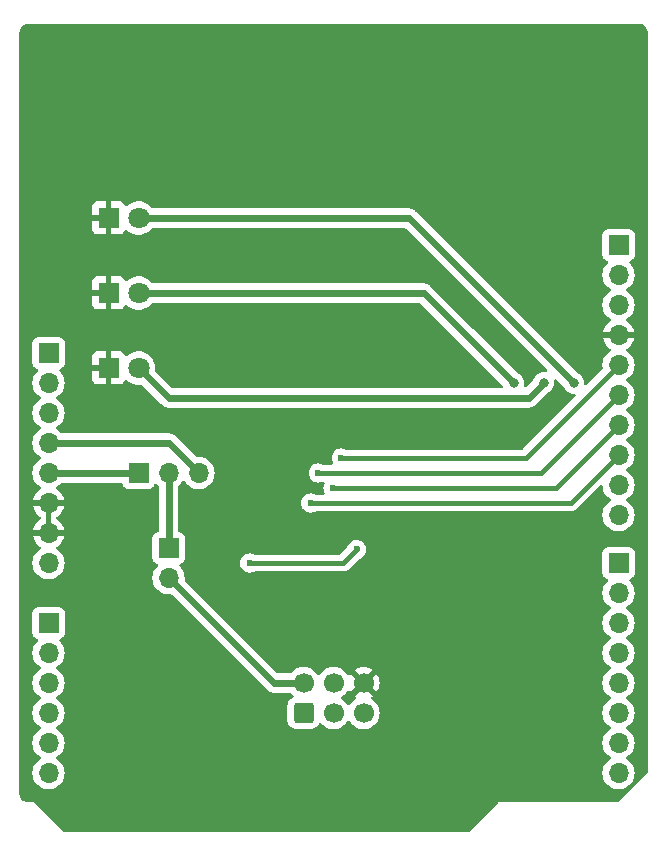
<source format=gbr>
%TF.GenerationSoftware,KiCad,Pcbnew,7.0.10-7.0.10~ubuntu22.04.1*%
%TF.CreationDate,2024-01-23T12:26:40-05:00*%
%TF.ProjectId,arduino_icsp_shield,61726475-696e-46f5-9f69-6373705f7368,0.1*%
%TF.SameCoordinates,Original*%
%TF.FileFunction,Copper,L2,Bot*%
%TF.FilePolarity,Positive*%
%FSLAX46Y46*%
G04 Gerber Fmt 4.6, Leading zero omitted, Abs format (unit mm)*
G04 Created by KiCad (PCBNEW 7.0.10-7.0.10~ubuntu22.04.1) date 2024-01-23 12:26:40*
%MOMM*%
%LPD*%
G01*
G04 APERTURE LIST*
G04 Aperture macros list*
%AMRoundRect*
0 Rectangle with rounded corners*
0 $1 Rounding radius*
0 $2 $3 $4 $5 $6 $7 $8 $9 X,Y pos of 4 corners*
0 Add a 4 corners polygon primitive as box body*
4,1,4,$2,$3,$4,$5,$6,$7,$8,$9,$2,$3,0*
0 Add four circle primitives for the rounded corners*
1,1,$1+$1,$2,$3*
1,1,$1+$1,$4,$5*
1,1,$1+$1,$6,$7*
1,1,$1+$1,$8,$9*
0 Add four rect primitives between the rounded corners*
20,1,$1+$1,$2,$3,$4,$5,0*
20,1,$1+$1,$4,$5,$6,$7,0*
20,1,$1+$1,$6,$7,$8,$9,0*
20,1,$1+$1,$8,$9,$2,$3,0*%
G04 Aperture macros list end*
%TA.AperFunction,ComponentPad*%
%ADD10RoundRect,0.250000X0.600000X-0.600000X0.600000X0.600000X-0.600000X0.600000X-0.600000X-0.600000X0*%
%TD*%
%TA.AperFunction,ComponentPad*%
%ADD11C,1.700000*%
%TD*%
%TA.AperFunction,ComponentPad*%
%ADD12R,1.700000X1.700000*%
%TD*%
%TA.AperFunction,ComponentPad*%
%ADD13O,1.700000X1.700000*%
%TD*%
%TA.AperFunction,ComponentPad*%
%ADD14R,1.800000X1.800000*%
%TD*%
%TA.AperFunction,ComponentPad*%
%ADD15C,1.800000*%
%TD*%
%TA.AperFunction,ViaPad*%
%ADD16C,0.600000*%
%TD*%
%TA.AperFunction,ViaPad*%
%ADD17C,0.800000*%
%TD*%
%TA.AperFunction,Conductor*%
%ADD18C,0.400000*%
%TD*%
%TA.AperFunction,Conductor*%
%ADD19C,0.600000*%
%TD*%
G04 APERTURE END LIST*
D10*
%TO.P,J5,1,Pin_1*%
%TO.N,/ICSP_MISO*%
X124130000Y-89840000D03*
D11*
%TO.P,J5,2,Pin_2*%
%TO.N,/ICSP_VOUT*%
X124130000Y-87300000D03*
%TO.P,J5,3,Pin_3*%
%TO.N,/ICSP_SCK*%
X126670000Y-89840000D03*
%TO.P,J5,4,Pin_4*%
%TO.N,/ICSP_MOSI*%
X126670000Y-87300000D03*
%TO.P,J5,5,Pin_5*%
%TO.N,/ICSP_RESET*%
X129210000Y-89840000D03*
%TO.P,J5,6,Pin_6*%
%TO.N,GND*%
X129210000Y-87300000D03*
%TD*%
D12*
%TO.P,JP1,1,A*%
%TO.N,+5V*%
X110160000Y-69520000D03*
D13*
%TO.P,JP1,2,C*%
%TO.N,/ICSP_VCC*%
X112700000Y-69520000D03*
%TO.P,JP1,3,B*%
%TO.N,+3V3*%
X115240000Y-69520000D03*
%TD*%
D14*
%TO.P,D2,1,K*%
%TO.N,GND*%
X107620000Y-60630000D03*
D15*
%TO.P,D2,2,A*%
%TO.N,/ERR_LED*%
X110160000Y-60630000D03*
%TD*%
D14*
%TO.P,D3,1,K*%
%TO.N,GND*%
X107620000Y-54280000D03*
D15*
%TO.P,D3,2,A*%
%TO.N,/PROG_LED*%
X110160000Y-54280000D03*
%TD*%
D14*
%TO.P,D1,1,K*%
%TO.N,GND*%
X107620000Y-47930000D03*
D15*
%TO.P,D1,2,A*%
%TO.N,/HB_LED*%
X110160000Y-47930000D03*
%TD*%
D12*
%TO.P,JP2,1,A*%
%TO.N,/ICSP_VCC*%
X112700000Y-75870000D03*
D13*
%TO.P,JP2,2,B*%
%TO.N,/ICSP_VOUT*%
X112700000Y-78410000D03*
%TD*%
D12*
%TO.P,J1,1,Pin_1*%
%TO.N,unconnected-(J1-Pin_1-Pad1)*%
X102540000Y-59360000D03*
D13*
%TO.P,J1,2,Pin_2*%
%TO.N,/IOREF*%
X102540000Y-61900000D03*
%TO.P,J1,3,Pin_3*%
%TO.N,/~{RESET}*%
X102540000Y-64440000D03*
%TO.P,J1,4,Pin_4*%
%TO.N,+3V3*%
X102540000Y-66980000D03*
%TO.P,J1,5,Pin_5*%
%TO.N,+5V*%
X102540000Y-69520000D03*
%TO.P,J1,6,Pin_6*%
%TO.N,GND*%
X102540000Y-72060000D03*
%TO.P,J1,7,Pin_7*%
X102540000Y-74600000D03*
%TO.P,J1,8,Pin_8*%
%TO.N,/Vin*%
X102540000Y-77140000D03*
%TD*%
D12*
%TO.P,J3,1,Pin_1*%
%TO.N,/A0*%
X102540000Y-82220000D03*
D13*
%TO.P,J3,2,Pin_2*%
%TO.N,/A1*%
X102540000Y-84760000D03*
%TO.P,J3,3,Pin_3*%
%TO.N,/A2*%
X102540000Y-87300000D03*
%TO.P,J3,4,Pin_4*%
%TO.N,/A3*%
X102540000Y-89840000D03*
%TO.P,J3,5,Pin_5*%
%TO.N,/A4*%
X102540000Y-92380000D03*
%TO.P,J3,6,Pin_6*%
%TO.N,/A5*%
X102540000Y-94920000D03*
%TD*%
D12*
%TO.P,J2,1,Pin_1*%
%TO.N,/SCL*%
X150800000Y-50216000D03*
D13*
%TO.P,J2,2,Pin_2*%
%TO.N,/SDA*%
X150800000Y-52756000D03*
%TO.P,J2,3,Pin_3*%
%TO.N,/AREF*%
X150800000Y-55296000D03*
%TO.P,J2,4,Pin_4*%
%TO.N,GND*%
X150800000Y-57836000D03*
%TO.P,J2,5,Pin_5*%
%TO.N,/D13{slash}SCK*%
X150800000Y-60376000D03*
%TO.P,J2,6,Pin_6*%
%TO.N,/D12{slash}MISO*%
X150800000Y-62916000D03*
%TO.P,J2,7,Pin_7*%
%TO.N,/D11{slash}MOSI*%
X150800000Y-65456000D03*
%TO.P,J2,8,Pin_8*%
%TO.N,/D10{slash}RESET*%
X150800000Y-67996000D03*
%TO.P,J2,9,Pin_9*%
%TO.N,/D9{slash}HB*%
X150800000Y-70536000D03*
%TO.P,J2,10,Pin_10*%
%TO.N,/D8{slash}ERROR*%
X150800000Y-73076000D03*
%TD*%
D12*
%TO.P,J4,1,Pin_1*%
%TO.N,/D7{slash}PROG*%
X150800000Y-77140000D03*
D13*
%TO.P,J4,2,Pin_2*%
%TO.N,/D6*%
X150800000Y-79680000D03*
%TO.P,J4,3,Pin_3*%
%TO.N,/D5*%
X150800000Y-82220000D03*
%TO.P,J4,4,Pin_4*%
%TO.N,/D4*%
X150800000Y-84760000D03*
%TO.P,J4,5,Pin_5*%
%TO.N,/D3*%
X150800000Y-87300000D03*
%TO.P,J4,6,Pin_6*%
%TO.N,/D0*%
X150800000Y-89840000D03*
%TO.P,J4,7,Pin_7*%
%TO.N,/TX{slash}1*%
X150800000Y-92380000D03*
%TO.P,J4,8,Pin_8*%
%TO.N,/RX{slash}0*%
X150800000Y-94920000D03*
%TD*%
D16*
%TO.N,GND*%
X117526000Y-78410000D03*
X114605000Y-75870000D03*
X130480000Y-86030000D03*
X121590000Y-99365000D03*
X121420000Y-75750000D03*
X130480000Y-88570000D03*
X107620000Y-93015000D03*
D17*
X151435000Y-75235000D03*
D16*
X136195000Y-89205000D03*
X136830000Y-73330000D03*
X144450000Y-54280000D03*
X122170000Y-90500000D03*
X126670000Y-58725000D03*
X108890000Y-44755000D03*
X121420000Y-78500000D03*
X144450000Y-80315000D03*
X140005000Y-64440000D03*
X123495000Y-72695000D03*
X137465000Y-99365000D03*
X111430000Y-93015000D03*
X126670000Y-32690000D03*
X111430000Y-90475000D03*
X116670000Y-84500000D03*
X144450000Y-73330000D03*
X104445000Y-99365000D03*
X150800000Y-96825000D03*
X144450000Y-45390000D03*
X126670000Y-51105000D03*
X143180000Y-60630000D03*
X100635000Y-56820000D03*
X101270000Y-47930000D03*
X108890000Y-88570000D03*
X100635000Y-79680000D03*
X106985000Y-75870000D03*
X152705000Y-48565000D03*
X129210000Y-81585000D03*
X122670000Y-81500000D03*
X108890000Y-51105000D03*
X131750000Y-87300000D03*
X129845000Y-80950000D03*
X111430000Y-84125000D03*
X107620000Y-84125000D03*
X124670000Y-78250000D03*
X120170000Y-83500000D03*
X101270000Y-32690000D03*
X148260000Y-87935000D03*
X122170000Y-86000000D03*
X108890000Y-63805000D03*
X129210000Y-84760000D03*
X113970000Y-70790000D03*
X113970000Y-82220000D03*
X126670000Y-45390000D03*
X136195000Y-78410000D03*
X113670000Y-88500000D03*
X100635000Y-96190000D03*
X128575000Y-66980000D03*
X124670000Y-76000000D03*
X111430000Y-73330000D03*
X108890000Y-57455000D03*
X140005000Y-66980000D03*
X148260000Y-61265000D03*
X124170000Y-83500000D03*
X119685000Y-72695000D03*
X139370000Y-61900000D03*
X152070000Y-32690000D03*
X129845000Y-79680000D03*
X118170000Y-82000000D03*
X111430000Y-86030000D03*
X128670000Y-78250000D03*
X129845000Y-73330000D03*
X140640000Y-96825000D03*
%TO.N,/D13{slash}SCK*%
X127320000Y-68250000D03*
%TO.N,/D12{slash}MISO*%
X125370000Y-69520000D03*
%TO.N,/D11{slash}MOSI*%
X126620000Y-70790000D03*
%TO.N,/D10{slash}RESET*%
X124720000Y-72060000D03*
D17*
%TO.N,/HB_LED*%
X146990000Y-61900000D03*
%TO.N,/ERR_LED*%
X144450000Y-61900000D03*
%TO.N,/PROG_LED*%
X141910000Y-61900000D03*
D16*
%TO.N,/ENABLE*%
X119558000Y-77140000D03*
X128620000Y-76000000D03*
%TD*%
D18*
%TO.N,/ENABLE*%
X119558000Y-77140000D02*
X127480000Y-77140000D01*
X127480000Y-77140000D02*
X128620000Y-76000000D01*
D19*
%TO.N,+5V*%
X102540000Y-69520000D02*
X110160000Y-69520000D01*
%TO.N,/ICSP_VCC*%
X112700000Y-69520000D02*
X112700000Y-75870000D01*
D18*
%TO.N,/D13{slash}SCK*%
X142926000Y-68250000D02*
X150800000Y-60376000D01*
X127320000Y-68250000D02*
X142926000Y-68250000D01*
%TO.N,/D12{slash}MISO*%
X144196000Y-69520000D02*
X150800000Y-62916000D01*
X125370000Y-69520000D02*
X144196000Y-69520000D01*
%TO.N,/D11{slash}MOSI*%
X126620000Y-70790000D02*
X145466000Y-70790000D01*
X145466000Y-70790000D02*
X150800000Y-65456000D01*
%TO.N,/D10{slash}RESET*%
X146736000Y-72060000D02*
X150800000Y-67996000D01*
X124720000Y-72060000D02*
X146736000Y-72060000D01*
D19*
%TO.N,+3V3*%
X102540000Y-66980000D02*
X112700000Y-66980000D01*
X112700000Y-66980000D02*
X115240000Y-69520000D01*
%TO.N,/HB_LED*%
X110160000Y-47930000D02*
X133020000Y-47930000D01*
X133020000Y-47930000D02*
X146990000Y-61900000D01*
%TO.N,/ERR_LED*%
X144450000Y-61900000D02*
X143180000Y-63170000D01*
X112700000Y-63170000D02*
X110160000Y-60630000D01*
X143180000Y-63170000D02*
X112700000Y-63170000D01*
%TO.N,/PROG_LED*%
X141910000Y-61900000D02*
X134290000Y-54280000D01*
X134290000Y-54280000D02*
X110160000Y-54280000D01*
%TO.N,/ICSP_VOUT*%
X121590000Y-87300000D02*
X124130000Y-87300000D01*
X112700000Y-78410000D02*
X121590000Y-87300000D01*
%TD*%
%TA.AperFunction,Conductor*%
%TO.N,GND*%
G36*
X128750507Y-87509844D02*
G01*
X128828239Y-87630798D01*
X128936900Y-87724952D01*
X129067685Y-87784680D01*
X129077466Y-87786086D01*
X128448625Y-88414925D01*
X128519801Y-88464763D01*
X128563426Y-88519340D01*
X128570620Y-88588838D01*
X128539097Y-88651193D01*
X128507697Y-88675392D01*
X128464427Y-88698809D01*
X128464422Y-88698812D01*
X128286761Y-88837092D01*
X128286756Y-88837097D01*
X128134284Y-89002723D01*
X128134276Y-89002734D01*
X128043808Y-89141206D01*
X127990662Y-89186562D01*
X127921431Y-89195986D01*
X127858095Y-89166484D01*
X127836192Y-89141206D01*
X127745723Y-89002734D01*
X127745715Y-89002723D01*
X127593243Y-88837097D01*
X127593238Y-88837092D01*
X127415577Y-88698812D01*
X127415578Y-88698812D01*
X127415576Y-88698811D01*
X127379070Y-88679055D01*
X127329479Y-88629836D01*
X127314371Y-88561619D01*
X127338541Y-88496064D01*
X127379070Y-88460945D01*
X127383074Y-88458778D01*
X127415576Y-88441189D01*
X127593240Y-88302906D01*
X127692614Y-88194957D01*
X127745715Y-88137276D01*
X127745715Y-88137275D01*
X127745722Y-88137268D01*
X127839749Y-87993347D01*
X127892894Y-87947994D01*
X127962125Y-87938570D01*
X128025461Y-87968072D01*
X128045131Y-87990049D01*
X128095072Y-88061373D01*
X128095073Y-88061373D01*
X128726923Y-87429523D01*
X128750507Y-87509844D01*
G37*
%TD.AperFunction*%
%TA.AperFunction,Conductor*%
G36*
X102790000Y-74164498D02*
G01*
X102682315Y-74115320D01*
X102575763Y-74100000D01*
X102504237Y-74100000D01*
X102397685Y-74115320D01*
X102290000Y-74164498D01*
X102290000Y-72495501D01*
X102397685Y-72544680D01*
X102504237Y-72560000D01*
X102575763Y-72560000D01*
X102682315Y-72544680D01*
X102790000Y-72495501D01*
X102790000Y-74164498D01*
G37*
%TD.AperFunction*%
%TA.AperFunction,Conductor*%
G36*
X152584061Y-31496097D02*
G01*
X152699777Y-31507494D01*
X152723612Y-31512234D01*
X152829037Y-31544215D01*
X152851476Y-31553510D01*
X152948629Y-31605439D01*
X152968839Y-31618943D01*
X153053988Y-31688823D01*
X153071176Y-31706011D01*
X153141056Y-31791160D01*
X153154561Y-31811372D01*
X153206486Y-31908517D01*
X153215786Y-31930968D01*
X153242625Y-32019445D01*
X153247763Y-32036381D01*
X153252505Y-32060221D01*
X153263903Y-32175937D01*
X153264500Y-32188092D01*
X153264500Y-94837364D01*
X153244815Y-94904403D01*
X153228181Y-94925045D01*
X150805045Y-97348181D01*
X150743722Y-97381666D01*
X150717364Y-97384500D01*
X140684986Y-97384500D01*
X140665713Y-97381962D01*
X140643710Y-97383887D01*
X140642101Y-97384028D01*
X140631296Y-97384500D01*
X140626683Y-97384500D01*
X140622136Y-97385301D01*
X140611435Y-97386710D01*
X140606043Y-97387181D01*
X140596461Y-97391649D01*
X140588352Y-97398453D01*
X140587744Y-97399508D01*
X140568042Y-97425182D01*
X138105045Y-99888181D01*
X138043722Y-99921666D01*
X138017364Y-99924500D01*
X103892636Y-99924500D01*
X103825597Y-99904815D01*
X103804955Y-99888181D01*
X101355197Y-97438423D01*
X101343366Y-97423003D01*
X101325210Y-97407768D01*
X101317236Y-97400461D01*
X101313975Y-97397200D01*
X101310200Y-97394557D01*
X101301616Y-97387971D01*
X101300676Y-97387182D01*
X101297480Y-97384500D01*
X101297479Y-97384500D01*
X101287536Y-97380880D01*
X101277003Y-97379959D01*
X101275826Y-97380275D01*
X101243732Y-97384500D01*
X100768093Y-97384500D01*
X100755939Y-97383903D01*
X100747995Y-97383120D01*
X100640221Y-97372505D01*
X100616381Y-97367763D01*
X100599445Y-97362625D01*
X100510968Y-97335786D01*
X100488517Y-97326486D01*
X100391372Y-97274561D01*
X100371160Y-97261056D01*
X100286011Y-97191176D01*
X100268823Y-97173988D01*
X100198943Y-97088839D01*
X100185438Y-97068627D01*
X100133510Y-96971476D01*
X100124215Y-96949037D01*
X100092234Y-96843612D01*
X100087494Y-96819777D01*
X100076097Y-96704061D01*
X100075500Y-96691907D01*
X100075500Y-94920005D01*
X101176844Y-94920005D01*
X101195434Y-95144359D01*
X101195436Y-95144371D01*
X101250703Y-95362614D01*
X101341140Y-95568792D01*
X101464276Y-95757265D01*
X101464284Y-95757276D01*
X101616756Y-95922902D01*
X101616760Y-95922906D01*
X101794424Y-96061189D01*
X101794425Y-96061189D01*
X101794427Y-96061191D01*
X101921135Y-96129761D01*
X101992426Y-96168342D01*
X102205365Y-96241444D01*
X102427431Y-96278500D01*
X102652569Y-96278500D01*
X102874635Y-96241444D01*
X103087574Y-96168342D01*
X103285576Y-96061189D01*
X103463240Y-95922906D01*
X103615722Y-95757268D01*
X103738860Y-95568791D01*
X103829296Y-95362616D01*
X103884564Y-95144368D01*
X103884565Y-95144359D01*
X103903156Y-94920005D01*
X149436844Y-94920005D01*
X149455434Y-95144359D01*
X149455436Y-95144371D01*
X149510703Y-95362614D01*
X149601140Y-95568792D01*
X149724276Y-95757265D01*
X149724284Y-95757276D01*
X149876756Y-95922902D01*
X149876760Y-95922906D01*
X150054424Y-96061189D01*
X150054425Y-96061189D01*
X150054427Y-96061191D01*
X150181135Y-96129761D01*
X150252426Y-96168342D01*
X150465365Y-96241444D01*
X150687431Y-96278500D01*
X150912569Y-96278500D01*
X151134635Y-96241444D01*
X151347574Y-96168342D01*
X151545576Y-96061189D01*
X151723240Y-95922906D01*
X151875722Y-95757268D01*
X151998860Y-95568791D01*
X152089296Y-95362616D01*
X152144564Y-95144368D01*
X152144565Y-95144359D01*
X152163156Y-94920005D01*
X152163156Y-94919994D01*
X152144565Y-94695640D01*
X152144563Y-94695628D01*
X152089296Y-94477385D01*
X151998859Y-94271207D01*
X151875723Y-94082734D01*
X151875715Y-94082723D01*
X151723243Y-93917097D01*
X151723238Y-93917092D01*
X151545577Y-93778812D01*
X151545578Y-93778812D01*
X151545576Y-93778811D01*
X151509070Y-93759055D01*
X151459479Y-93709836D01*
X151444371Y-93641619D01*
X151468541Y-93576064D01*
X151509070Y-93540945D01*
X151509084Y-93540936D01*
X151545576Y-93521189D01*
X151723240Y-93382906D01*
X151875722Y-93217268D01*
X151998860Y-93028791D01*
X152089296Y-92822616D01*
X152144564Y-92604368D01*
X152163156Y-92380000D01*
X152144564Y-92155632D01*
X152089296Y-91937384D01*
X151998860Y-91731209D01*
X151875722Y-91542732D01*
X151875719Y-91542729D01*
X151875715Y-91542723D01*
X151723243Y-91377097D01*
X151723238Y-91377092D01*
X151545577Y-91238812D01*
X151545578Y-91238812D01*
X151545576Y-91238811D01*
X151509070Y-91219055D01*
X151459479Y-91169836D01*
X151444371Y-91101619D01*
X151468541Y-91036064D01*
X151509070Y-91000945D01*
X151509084Y-91000936D01*
X151545576Y-90981189D01*
X151723240Y-90842906D01*
X151850287Y-90704898D01*
X151875715Y-90677276D01*
X151875717Y-90677273D01*
X151875722Y-90677268D01*
X151998860Y-90488791D01*
X152089296Y-90282616D01*
X152144564Y-90064368D01*
X152163156Y-89840000D01*
X152144564Y-89615632D01*
X152089296Y-89397384D01*
X151998860Y-89191209D01*
X151982706Y-89166484D01*
X151875723Y-89002734D01*
X151875715Y-89002723D01*
X151723243Y-88837097D01*
X151723238Y-88837092D01*
X151545577Y-88698812D01*
X151545578Y-88698812D01*
X151545576Y-88698811D01*
X151509070Y-88679055D01*
X151459479Y-88629836D01*
X151444371Y-88561619D01*
X151468541Y-88496064D01*
X151509070Y-88460945D01*
X151513074Y-88458778D01*
X151545576Y-88441189D01*
X151723240Y-88302906D01*
X151822614Y-88194957D01*
X151875715Y-88137276D01*
X151875717Y-88137273D01*
X151875722Y-88137268D01*
X151998860Y-87948791D01*
X152089296Y-87742616D01*
X152144564Y-87524368D01*
X152163156Y-87300000D01*
X152144564Y-87075632D01*
X152089296Y-86857384D01*
X151998860Y-86651209D01*
X151982706Y-86626484D01*
X151875723Y-86462734D01*
X151875715Y-86462723D01*
X151723243Y-86297097D01*
X151723238Y-86297092D01*
X151545577Y-86158812D01*
X151545578Y-86158812D01*
X151545576Y-86158811D01*
X151509070Y-86139055D01*
X151459479Y-86089836D01*
X151444371Y-86021619D01*
X151468541Y-85956064D01*
X151509070Y-85920945D01*
X151509084Y-85920936D01*
X151545576Y-85901189D01*
X151723240Y-85762906D01*
X151875722Y-85597268D01*
X151998860Y-85408791D01*
X152089296Y-85202616D01*
X152144564Y-84984368D01*
X152163156Y-84760000D01*
X152144564Y-84535632D01*
X152089296Y-84317384D01*
X151998860Y-84111209D01*
X151875722Y-83922732D01*
X151875719Y-83922729D01*
X151875715Y-83922723D01*
X151723243Y-83757097D01*
X151723238Y-83757092D01*
X151545577Y-83618812D01*
X151545578Y-83618812D01*
X151545576Y-83618811D01*
X151509070Y-83599055D01*
X151459479Y-83549836D01*
X151444371Y-83481619D01*
X151468541Y-83416064D01*
X151509070Y-83380945D01*
X151509084Y-83380936D01*
X151545576Y-83361189D01*
X151723240Y-83222906D01*
X151875722Y-83057268D01*
X151998860Y-82868791D01*
X152089296Y-82662616D01*
X152144564Y-82444368D01*
X152163156Y-82220000D01*
X152144564Y-81995632D01*
X152089296Y-81777384D01*
X151998860Y-81571209D01*
X151875722Y-81382732D01*
X151875719Y-81382729D01*
X151875715Y-81382723D01*
X151723243Y-81217097D01*
X151723238Y-81217092D01*
X151545577Y-81078812D01*
X151545578Y-81078812D01*
X151545576Y-81078811D01*
X151509070Y-81059055D01*
X151459479Y-81009836D01*
X151444371Y-80941619D01*
X151468541Y-80876064D01*
X151509070Y-80840945D01*
X151509084Y-80840936D01*
X151545576Y-80821189D01*
X151723240Y-80682906D01*
X151875722Y-80517268D01*
X151998860Y-80328791D01*
X152089296Y-80122616D01*
X152144564Y-79904368D01*
X152157038Y-79753836D01*
X152163156Y-79680005D01*
X152163156Y-79679994D01*
X152144565Y-79455640D01*
X152144563Y-79455628D01*
X152089296Y-79237385D01*
X151998859Y-79031207D01*
X151937291Y-78936970D01*
X151875722Y-78842732D01*
X151875719Y-78842729D01*
X151875715Y-78842723D01*
X151730510Y-78684991D01*
X151699587Y-78622337D01*
X151707447Y-78552911D01*
X151751594Y-78498755D01*
X151778405Y-78484827D01*
X151858584Y-78454920D01*
X151896204Y-78440889D01*
X152013261Y-78353261D01*
X152100889Y-78236204D01*
X152151989Y-78099201D01*
X152155591Y-78065692D01*
X152158499Y-78038654D01*
X152158500Y-78038637D01*
X152158500Y-76241362D01*
X152158499Y-76241345D01*
X152155157Y-76210270D01*
X152151989Y-76180799D01*
X152100889Y-76043796D01*
X152013261Y-75926739D01*
X151896204Y-75839111D01*
X151759203Y-75788011D01*
X151698654Y-75781500D01*
X151698638Y-75781500D01*
X149901362Y-75781500D01*
X149901345Y-75781500D01*
X149840797Y-75788011D01*
X149840795Y-75788011D01*
X149703795Y-75839111D01*
X149586739Y-75926739D01*
X149499111Y-76043795D01*
X149448011Y-76180795D01*
X149448011Y-76180797D01*
X149441500Y-76241345D01*
X149441500Y-78038654D01*
X149448011Y-78099202D01*
X149448011Y-78099204D01*
X149480247Y-78185628D01*
X149499111Y-78236204D01*
X149586739Y-78353261D01*
X149703796Y-78440889D01*
X149755737Y-78460262D01*
X149821595Y-78484827D01*
X149877528Y-78526699D01*
X149901944Y-78592163D01*
X149887092Y-78660436D01*
X149869490Y-78684991D01*
X149724279Y-78842730D01*
X149724276Y-78842734D01*
X149601140Y-79031207D01*
X149510703Y-79237385D01*
X149455436Y-79455628D01*
X149455434Y-79455640D01*
X149436844Y-79679994D01*
X149436844Y-79680005D01*
X149455434Y-79904359D01*
X149455436Y-79904371D01*
X149510703Y-80122614D01*
X149601140Y-80328792D01*
X149724276Y-80517265D01*
X149724284Y-80517276D01*
X149876756Y-80682902D01*
X149876760Y-80682906D01*
X150054424Y-80821189D01*
X150054429Y-80821191D01*
X150054431Y-80821193D01*
X150090930Y-80840946D01*
X150140520Y-80890165D01*
X150155628Y-80958382D01*
X150131457Y-81023937D01*
X150090930Y-81059054D01*
X150054431Y-81078806D01*
X150054422Y-81078812D01*
X149876761Y-81217092D01*
X149876756Y-81217097D01*
X149724284Y-81382723D01*
X149724276Y-81382734D01*
X149601140Y-81571207D01*
X149510703Y-81777385D01*
X149455436Y-81995628D01*
X149455434Y-81995640D01*
X149436844Y-82219994D01*
X149436844Y-82220005D01*
X149455434Y-82444359D01*
X149455436Y-82444371D01*
X149510703Y-82662614D01*
X149601140Y-82868792D01*
X149724276Y-83057265D01*
X149724284Y-83057276D01*
X149876756Y-83222902D01*
X149876760Y-83222906D01*
X150054424Y-83361189D01*
X150054429Y-83361191D01*
X150054431Y-83361193D01*
X150090930Y-83380946D01*
X150140520Y-83430165D01*
X150155628Y-83498382D01*
X150131457Y-83563937D01*
X150090930Y-83599054D01*
X150054431Y-83618806D01*
X150054422Y-83618812D01*
X149876761Y-83757092D01*
X149876756Y-83757097D01*
X149724284Y-83922723D01*
X149724276Y-83922734D01*
X149601140Y-84111207D01*
X149510703Y-84317385D01*
X149455436Y-84535628D01*
X149455434Y-84535640D01*
X149436844Y-84759994D01*
X149436844Y-84760005D01*
X149455434Y-84984359D01*
X149455436Y-84984371D01*
X149510703Y-85202614D01*
X149601140Y-85408792D01*
X149724276Y-85597265D01*
X149724284Y-85597276D01*
X149876756Y-85762902D01*
X149876760Y-85762906D01*
X150054424Y-85901189D01*
X150054429Y-85901191D01*
X150054431Y-85901193D01*
X150090930Y-85920946D01*
X150140520Y-85970165D01*
X150155628Y-86038382D01*
X150131457Y-86103937D01*
X150090930Y-86139054D01*
X150054431Y-86158806D01*
X150054422Y-86158812D01*
X149876761Y-86297092D01*
X149876756Y-86297097D01*
X149724284Y-86462723D01*
X149724276Y-86462734D01*
X149601140Y-86651207D01*
X149510703Y-86857385D01*
X149455436Y-87075628D01*
X149455434Y-87075640D01*
X149436844Y-87299994D01*
X149436844Y-87300005D01*
X149455434Y-87524359D01*
X149455436Y-87524371D01*
X149510703Y-87742614D01*
X149601140Y-87948792D01*
X149724276Y-88137265D01*
X149724284Y-88137276D01*
X149876756Y-88302902D01*
X149876760Y-88302906D01*
X150054424Y-88441189D01*
X150054429Y-88441191D01*
X150054431Y-88441193D01*
X150090930Y-88460946D01*
X150140520Y-88510165D01*
X150155628Y-88578382D01*
X150131457Y-88643937D01*
X150090930Y-88679054D01*
X150054431Y-88698806D01*
X150054422Y-88698812D01*
X149876761Y-88837092D01*
X149876756Y-88837097D01*
X149724284Y-89002723D01*
X149724276Y-89002734D01*
X149601140Y-89191207D01*
X149510703Y-89397385D01*
X149455436Y-89615628D01*
X149455434Y-89615640D01*
X149436844Y-89839994D01*
X149436844Y-89840005D01*
X149455434Y-90064359D01*
X149455436Y-90064371D01*
X149510703Y-90282614D01*
X149601140Y-90488792D01*
X149724276Y-90677265D01*
X149724284Y-90677276D01*
X149876756Y-90842902D01*
X149876760Y-90842906D01*
X150054424Y-90981189D01*
X150054429Y-90981191D01*
X150054431Y-90981193D01*
X150090930Y-91000946D01*
X150140520Y-91050165D01*
X150155628Y-91118382D01*
X150131457Y-91183937D01*
X150090930Y-91219054D01*
X150054431Y-91238806D01*
X150054422Y-91238812D01*
X149876761Y-91377092D01*
X149876756Y-91377097D01*
X149724284Y-91542723D01*
X149724276Y-91542734D01*
X149601140Y-91731207D01*
X149510703Y-91937385D01*
X149455436Y-92155628D01*
X149455434Y-92155640D01*
X149436844Y-92379994D01*
X149436844Y-92380005D01*
X149455434Y-92604359D01*
X149455436Y-92604371D01*
X149510703Y-92822614D01*
X149601140Y-93028792D01*
X149724276Y-93217265D01*
X149724284Y-93217276D01*
X149876756Y-93382902D01*
X149876760Y-93382906D01*
X150054424Y-93521189D01*
X150054429Y-93521191D01*
X150054431Y-93521193D01*
X150090930Y-93540946D01*
X150140520Y-93590165D01*
X150155628Y-93658382D01*
X150131457Y-93723937D01*
X150090930Y-93759054D01*
X150054431Y-93778806D01*
X150054422Y-93778812D01*
X149876761Y-93917092D01*
X149876756Y-93917097D01*
X149724284Y-94082723D01*
X149724276Y-94082734D01*
X149601140Y-94271207D01*
X149510703Y-94477385D01*
X149455436Y-94695628D01*
X149455434Y-94695640D01*
X149436844Y-94919994D01*
X149436844Y-94920005D01*
X103903156Y-94920005D01*
X103903156Y-94919994D01*
X103884565Y-94695640D01*
X103884563Y-94695628D01*
X103829296Y-94477385D01*
X103738859Y-94271207D01*
X103615723Y-94082734D01*
X103615715Y-94082723D01*
X103463243Y-93917097D01*
X103463238Y-93917092D01*
X103285577Y-93778812D01*
X103285578Y-93778812D01*
X103285576Y-93778811D01*
X103249070Y-93759055D01*
X103199479Y-93709836D01*
X103184371Y-93641619D01*
X103208541Y-93576064D01*
X103249070Y-93540945D01*
X103249084Y-93540936D01*
X103285576Y-93521189D01*
X103463240Y-93382906D01*
X103615722Y-93217268D01*
X103738860Y-93028791D01*
X103829296Y-92822616D01*
X103884564Y-92604368D01*
X103903156Y-92380000D01*
X103884564Y-92155632D01*
X103829296Y-91937384D01*
X103738860Y-91731209D01*
X103615722Y-91542732D01*
X103615719Y-91542729D01*
X103615715Y-91542723D01*
X103463243Y-91377097D01*
X103463238Y-91377092D01*
X103285577Y-91238812D01*
X103285578Y-91238812D01*
X103285576Y-91238811D01*
X103249070Y-91219055D01*
X103199479Y-91169836D01*
X103184371Y-91101619D01*
X103208541Y-91036064D01*
X103249070Y-91000945D01*
X103249084Y-91000936D01*
X103285576Y-90981189D01*
X103463240Y-90842906D01*
X103590287Y-90704898D01*
X103615715Y-90677276D01*
X103615717Y-90677273D01*
X103615722Y-90677268D01*
X103738860Y-90488791D01*
X103829296Y-90282616D01*
X103884564Y-90064368D01*
X103903156Y-89840000D01*
X103884564Y-89615632D01*
X103829296Y-89397384D01*
X103738860Y-89191209D01*
X103722706Y-89166484D01*
X103615723Y-89002734D01*
X103615715Y-89002723D01*
X103463243Y-88837097D01*
X103463238Y-88837092D01*
X103285577Y-88698812D01*
X103285578Y-88698812D01*
X103285576Y-88698811D01*
X103249070Y-88679055D01*
X103199479Y-88629836D01*
X103184371Y-88561619D01*
X103208541Y-88496064D01*
X103249070Y-88460945D01*
X103253074Y-88458778D01*
X103285576Y-88441189D01*
X103463240Y-88302906D01*
X103562614Y-88194957D01*
X103615715Y-88137276D01*
X103615717Y-88137273D01*
X103615722Y-88137268D01*
X103738860Y-87948791D01*
X103829296Y-87742616D01*
X103884564Y-87524368D01*
X103903156Y-87300000D01*
X103884564Y-87075632D01*
X103829296Y-86857384D01*
X103738860Y-86651209D01*
X103722706Y-86626484D01*
X103615723Y-86462734D01*
X103615715Y-86462723D01*
X103463243Y-86297097D01*
X103463238Y-86297092D01*
X103285577Y-86158812D01*
X103285578Y-86158812D01*
X103285576Y-86158811D01*
X103249070Y-86139055D01*
X103199479Y-86089836D01*
X103184371Y-86021619D01*
X103208541Y-85956064D01*
X103249070Y-85920945D01*
X103249084Y-85920936D01*
X103285576Y-85901189D01*
X103463240Y-85762906D01*
X103615722Y-85597268D01*
X103738860Y-85408791D01*
X103829296Y-85202616D01*
X103884564Y-84984368D01*
X103903156Y-84760000D01*
X103884564Y-84535632D01*
X103829296Y-84317384D01*
X103738860Y-84111209D01*
X103615722Y-83922732D01*
X103615719Y-83922729D01*
X103615715Y-83922723D01*
X103470510Y-83764991D01*
X103439587Y-83702337D01*
X103447447Y-83632911D01*
X103491594Y-83578755D01*
X103518405Y-83564827D01*
X103598584Y-83534920D01*
X103636204Y-83520889D01*
X103753261Y-83433261D01*
X103840889Y-83316204D01*
X103891989Y-83179201D01*
X103895591Y-83145692D01*
X103898499Y-83118654D01*
X103898500Y-83118637D01*
X103898500Y-81321362D01*
X103898499Y-81321345D01*
X103895157Y-81290270D01*
X103891989Y-81260799D01*
X103840889Y-81123796D01*
X103753261Y-81006739D01*
X103636204Y-80919111D01*
X103499203Y-80868011D01*
X103438654Y-80861500D01*
X103438638Y-80861500D01*
X101641362Y-80861500D01*
X101641345Y-80861500D01*
X101580797Y-80868011D01*
X101580795Y-80868011D01*
X101443795Y-80919111D01*
X101326739Y-81006739D01*
X101239111Y-81123795D01*
X101188011Y-81260795D01*
X101188011Y-81260797D01*
X101181500Y-81321345D01*
X101181500Y-83118654D01*
X101188011Y-83179202D01*
X101188011Y-83179204D01*
X101239111Y-83316204D01*
X101326739Y-83433261D01*
X101443796Y-83520889D01*
X101495737Y-83540262D01*
X101561595Y-83564827D01*
X101617528Y-83606699D01*
X101641944Y-83672163D01*
X101627092Y-83740436D01*
X101609490Y-83764991D01*
X101464279Y-83922730D01*
X101464276Y-83922734D01*
X101341140Y-84111207D01*
X101250703Y-84317385D01*
X101195436Y-84535628D01*
X101195434Y-84535640D01*
X101176844Y-84759994D01*
X101176844Y-84760005D01*
X101195434Y-84984359D01*
X101195436Y-84984371D01*
X101250703Y-85202614D01*
X101341140Y-85408792D01*
X101464276Y-85597265D01*
X101464284Y-85597276D01*
X101616756Y-85762902D01*
X101616760Y-85762906D01*
X101794424Y-85901189D01*
X101794429Y-85901191D01*
X101794431Y-85901193D01*
X101830930Y-85920946D01*
X101880520Y-85970165D01*
X101895628Y-86038382D01*
X101871457Y-86103937D01*
X101830930Y-86139054D01*
X101794431Y-86158806D01*
X101794422Y-86158812D01*
X101616761Y-86297092D01*
X101616756Y-86297097D01*
X101464284Y-86462723D01*
X101464276Y-86462734D01*
X101341140Y-86651207D01*
X101250703Y-86857385D01*
X101195436Y-87075628D01*
X101195434Y-87075640D01*
X101176844Y-87299994D01*
X101176844Y-87300005D01*
X101195434Y-87524359D01*
X101195436Y-87524371D01*
X101250703Y-87742614D01*
X101341140Y-87948792D01*
X101464276Y-88137265D01*
X101464284Y-88137276D01*
X101616756Y-88302902D01*
X101616760Y-88302906D01*
X101794424Y-88441189D01*
X101794429Y-88441191D01*
X101794431Y-88441193D01*
X101830930Y-88460946D01*
X101880520Y-88510165D01*
X101895628Y-88578382D01*
X101871457Y-88643937D01*
X101830930Y-88679054D01*
X101794431Y-88698806D01*
X101794422Y-88698812D01*
X101616761Y-88837092D01*
X101616756Y-88837097D01*
X101464284Y-89002723D01*
X101464276Y-89002734D01*
X101341140Y-89191207D01*
X101250703Y-89397385D01*
X101195436Y-89615628D01*
X101195434Y-89615640D01*
X101176844Y-89839994D01*
X101176844Y-89840005D01*
X101195434Y-90064359D01*
X101195436Y-90064371D01*
X101250703Y-90282614D01*
X101341140Y-90488792D01*
X101464276Y-90677265D01*
X101464284Y-90677276D01*
X101616756Y-90842902D01*
X101616760Y-90842906D01*
X101794424Y-90981189D01*
X101794429Y-90981191D01*
X101794431Y-90981193D01*
X101830930Y-91000946D01*
X101880520Y-91050165D01*
X101895628Y-91118382D01*
X101871457Y-91183937D01*
X101830930Y-91219054D01*
X101794431Y-91238806D01*
X101794422Y-91238812D01*
X101616761Y-91377092D01*
X101616756Y-91377097D01*
X101464284Y-91542723D01*
X101464276Y-91542734D01*
X101341140Y-91731207D01*
X101250703Y-91937385D01*
X101195436Y-92155628D01*
X101195434Y-92155640D01*
X101176844Y-92379994D01*
X101176844Y-92380005D01*
X101195434Y-92604359D01*
X101195436Y-92604371D01*
X101250703Y-92822614D01*
X101341140Y-93028792D01*
X101464276Y-93217265D01*
X101464284Y-93217276D01*
X101616756Y-93382902D01*
X101616760Y-93382906D01*
X101794424Y-93521189D01*
X101794429Y-93521191D01*
X101794431Y-93521193D01*
X101830930Y-93540946D01*
X101880520Y-93590165D01*
X101895628Y-93658382D01*
X101871457Y-93723937D01*
X101830930Y-93759054D01*
X101794431Y-93778806D01*
X101794422Y-93778812D01*
X101616761Y-93917092D01*
X101616756Y-93917097D01*
X101464284Y-94082723D01*
X101464276Y-94082734D01*
X101341140Y-94271207D01*
X101250703Y-94477385D01*
X101195436Y-94695628D01*
X101195434Y-94695640D01*
X101176844Y-94919994D01*
X101176844Y-94920005D01*
X100075500Y-94920005D01*
X100075500Y-77140005D01*
X101176844Y-77140005D01*
X101195434Y-77364359D01*
X101195436Y-77364371D01*
X101250703Y-77582614D01*
X101341140Y-77788792D01*
X101464276Y-77977265D01*
X101464284Y-77977276D01*
X101616756Y-78142902D01*
X101616760Y-78142906D01*
X101794424Y-78281189D01*
X101794425Y-78281189D01*
X101794427Y-78281191D01*
X101921135Y-78349761D01*
X101992426Y-78388342D01*
X102205365Y-78461444D01*
X102427431Y-78498500D01*
X102652569Y-78498500D01*
X102874635Y-78461444D01*
X103087574Y-78388342D01*
X103285576Y-78281189D01*
X103463240Y-78142906D01*
X103615722Y-77977268D01*
X103738860Y-77788791D01*
X103829296Y-77582616D01*
X103884564Y-77364368D01*
X103885561Y-77352337D01*
X103903156Y-77140005D01*
X103903156Y-77139994D01*
X103884565Y-76915640D01*
X103884563Y-76915628D01*
X103862677Y-76829201D01*
X103829296Y-76697384D01*
X103738860Y-76491209D01*
X103683815Y-76406957D01*
X103644501Y-76346782D01*
X103615722Y-76302732D01*
X103615719Y-76302729D01*
X103615715Y-76302723D01*
X103463243Y-76137097D01*
X103463238Y-76137092D01*
X103287107Y-76000003D01*
X103285577Y-75998811D01*
X103242303Y-75975393D01*
X103192713Y-75926173D01*
X103177605Y-75857957D01*
X103201775Y-75792401D01*
X103230198Y-75764763D01*
X103411079Y-75638108D01*
X103578105Y-75471082D01*
X103713600Y-75277578D01*
X103813429Y-75063492D01*
X103813432Y-75063486D01*
X103870636Y-74850000D01*
X102973686Y-74850000D01*
X102999493Y-74809844D01*
X103040000Y-74671889D01*
X103040000Y-74528111D01*
X102999493Y-74390156D01*
X102973686Y-74350000D01*
X103870636Y-74350000D01*
X103870635Y-74349999D01*
X103813432Y-74136513D01*
X103813429Y-74136507D01*
X103713600Y-73922422D01*
X103713599Y-73922420D01*
X103578113Y-73728926D01*
X103578108Y-73728920D01*
X103411082Y-73561894D01*
X103224968Y-73431575D01*
X103181344Y-73376998D01*
X103174151Y-73307499D01*
X103205673Y-73245145D01*
X103224968Y-73228425D01*
X103411082Y-73098105D01*
X103578105Y-72931082D01*
X103713600Y-72737578D01*
X103813429Y-72523492D01*
X103813432Y-72523486D01*
X103870636Y-72310000D01*
X102973686Y-72310000D01*
X102999493Y-72269844D01*
X103040000Y-72131889D01*
X103040000Y-71988111D01*
X102999493Y-71850156D01*
X102973686Y-71810000D01*
X103870636Y-71810000D01*
X103870635Y-71809999D01*
X103813432Y-71596513D01*
X103813429Y-71596507D01*
X103713600Y-71382422D01*
X103713599Y-71382420D01*
X103578113Y-71188926D01*
X103578108Y-71188920D01*
X103411082Y-71021894D01*
X103230197Y-70895236D01*
X103186572Y-70840659D01*
X103179380Y-70771160D01*
X103210902Y-70708806D01*
X103242300Y-70684608D01*
X103285576Y-70661189D01*
X103463240Y-70522906D01*
X103542938Y-70436331D01*
X103605367Y-70368517D01*
X103665254Y-70332526D01*
X103696596Y-70328500D01*
X108680426Y-70328500D01*
X108747465Y-70348185D01*
X108793220Y-70400989D01*
X108803715Y-70439245D01*
X108808010Y-70479201D01*
X108808011Y-70479204D01*
X108855227Y-70605792D01*
X108859111Y-70616204D01*
X108946739Y-70733261D01*
X109063796Y-70820889D01*
X109200799Y-70871989D01*
X109228050Y-70874918D01*
X109261345Y-70878499D01*
X109261362Y-70878500D01*
X111058638Y-70878500D01*
X111058654Y-70878499D01*
X111085692Y-70875591D01*
X111119201Y-70871989D01*
X111256204Y-70820889D01*
X111373261Y-70733261D01*
X111460889Y-70616204D01*
X111506138Y-70494887D01*
X111548009Y-70438956D01*
X111613474Y-70414539D01*
X111681746Y-70429391D01*
X111713545Y-70454236D01*
X111776760Y-70522906D01*
X111843663Y-70574979D01*
X111884475Y-70631687D01*
X111891500Y-70672831D01*
X111891500Y-74390425D01*
X111871815Y-74457464D01*
X111819011Y-74503219D01*
X111780758Y-74513714D01*
X111740796Y-74518011D01*
X111740795Y-74518011D01*
X111603795Y-74569111D01*
X111486739Y-74656739D01*
X111399111Y-74773795D01*
X111348011Y-74910795D01*
X111348011Y-74910797D01*
X111341500Y-74971345D01*
X111341500Y-76768654D01*
X111348011Y-76829202D01*
X111348011Y-76829204D01*
X111380247Y-76915628D01*
X111399111Y-76966204D01*
X111486739Y-77083261D01*
X111603796Y-77170889D01*
X111655737Y-77190262D01*
X111721595Y-77214827D01*
X111777528Y-77256699D01*
X111801944Y-77322163D01*
X111787092Y-77390436D01*
X111769490Y-77414991D01*
X111624279Y-77572730D01*
X111624276Y-77572734D01*
X111501140Y-77761207D01*
X111410703Y-77967385D01*
X111355436Y-78185628D01*
X111355434Y-78185640D01*
X111336844Y-78409994D01*
X111336844Y-78410005D01*
X111355434Y-78634359D01*
X111355436Y-78634371D01*
X111410703Y-78852614D01*
X111501140Y-79058792D01*
X111624276Y-79247265D01*
X111624284Y-79247276D01*
X111776756Y-79412902D01*
X111776760Y-79412906D01*
X111954424Y-79551189D01*
X111954425Y-79551189D01*
X111954427Y-79551191D01*
X112081135Y-79619761D01*
X112152426Y-79658342D01*
X112365365Y-79731444D01*
X112587431Y-79768500D01*
X112812570Y-79768500D01*
X112818656Y-79767484D01*
X112837484Y-79764342D01*
X112906848Y-79772722D01*
X112945577Y-79798969D01*
X121082721Y-87936113D01*
X121115507Y-87956713D01*
X121126847Y-87964758D01*
X121157131Y-87988909D01*
X121192020Y-88005710D01*
X121204185Y-88012433D01*
X121236985Y-88033043D01*
X121236988Y-88033044D01*
X121273540Y-88045834D01*
X121286377Y-88051150D01*
X121321280Y-88067959D01*
X121359046Y-88076578D01*
X121372377Y-88080418D01*
X121408953Y-88093217D01*
X121447449Y-88097554D01*
X121461127Y-88099878D01*
X121498904Y-88108501D01*
X121688693Y-88108501D01*
X121688709Y-88108500D01*
X122973404Y-88108500D01*
X123040443Y-88128185D01*
X123064633Y-88148517D01*
X123206756Y-88302902D01*
X123206761Y-88302907D01*
X123244517Y-88332294D01*
X123285330Y-88389005D01*
X123289003Y-88458778D01*
X123254372Y-88519461D01*
X123213487Y-88544154D01*
X123213805Y-88544835D01*
X123207466Y-88547790D01*
X123207368Y-88547850D01*
X123207267Y-88547883D01*
X123207259Y-88547886D01*
X123056346Y-88640971D01*
X122930971Y-88766346D01*
X122837886Y-88917259D01*
X122837884Y-88917264D01*
X122782113Y-89085572D01*
X122771500Y-89189447D01*
X122771500Y-90490537D01*
X122771501Y-90490553D01*
X122782113Y-90594427D01*
X122809565Y-90677273D01*
X122837885Y-90762738D01*
X122930970Y-90913652D01*
X123056348Y-91039030D01*
X123207262Y-91132115D01*
X123375574Y-91187887D01*
X123479455Y-91198500D01*
X124780544Y-91198499D01*
X124884426Y-91187887D01*
X125052738Y-91132115D01*
X125203652Y-91039030D01*
X125329030Y-90913652D01*
X125422115Y-90762738D01*
X125422246Y-90762342D01*
X125422406Y-90762110D01*
X125425165Y-90756195D01*
X125426175Y-90756666D01*
X125462011Y-90704898D01*
X125526524Y-90678069D01*
X125595301Y-90690378D01*
X125631181Y-90717355D01*
X125746760Y-90842906D01*
X125924424Y-90981189D01*
X125924425Y-90981189D01*
X125924427Y-90981191D01*
X126025824Y-91036064D01*
X126122426Y-91088342D01*
X126335365Y-91161444D01*
X126557431Y-91198500D01*
X126782569Y-91198500D01*
X127004635Y-91161444D01*
X127217574Y-91088342D01*
X127415576Y-90981189D01*
X127593240Y-90842906D01*
X127720287Y-90704898D01*
X127745715Y-90677276D01*
X127745715Y-90677275D01*
X127745722Y-90677268D01*
X127836193Y-90538790D01*
X127889338Y-90493437D01*
X127958569Y-90484013D01*
X128021905Y-90513515D01*
X128043804Y-90538787D01*
X128134278Y-90677268D01*
X128134283Y-90677273D01*
X128134284Y-90677276D01*
X128286756Y-90842902D01*
X128286760Y-90842906D01*
X128464424Y-90981189D01*
X128464425Y-90981189D01*
X128464427Y-90981191D01*
X128565824Y-91036064D01*
X128662426Y-91088342D01*
X128875365Y-91161444D01*
X129097431Y-91198500D01*
X129322569Y-91198500D01*
X129544635Y-91161444D01*
X129757574Y-91088342D01*
X129955576Y-90981189D01*
X130133240Y-90842906D01*
X130260287Y-90704898D01*
X130285715Y-90677276D01*
X130285717Y-90677273D01*
X130285722Y-90677268D01*
X130408860Y-90488791D01*
X130499296Y-90282616D01*
X130554564Y-90064368D01*
X130573156Y-89840000D01*
X130554564Y-89615632D01*
X130499296Y-89397384D01*
X130408860Y-89191209D01*
X130392706Y-89166484D01*
X130285723Y-89002734D01*
X130285715Y-89002723D01*
X130133243Y-88837097D01*
X130133238Y-88837092D01*
X129955577Y-88698812D01*
X129955577Y-88698811D01*
X129912303Y-88675393D01*
X129862713Y-88626173D01*
X129847605Y-88557957D01*
X129871775Y-88492401D01*
X129900198Y-88464763D01*
X129971373Y-88414925D01*
X129342533Y-87786086D01*
X129352315Y-87784680D01*
X129483100Y-87724952D01*
X129591761Y-87630798D01*
X129669493Y-87509844D01*
X129693076Y-87429524D01*
X130324925Y-88061373D01*
X130324926Y-88061373D01*
X130383598Y-87977582D01*
X130383600Y-87977578D01*
X130483429Y-87763492D01*
X130483433Y-87763483D01*
X130544567Y-87535326D01*
X130544569Y-87535315D01*
X130565157Y-87300001D01*
X130565157Y-87299998D01*
X130544569Y-87064684D01*
X130544567Y-87064673D01*
X130483433Y-86836516D01*
X130483429Y-86836507D01*
X130383600Y-86622423D01*
X130383599Y-86622421D01*
X130324925Y-86538626D01*
X130324925Y-86538625D01*
X129693076Y-87170475D01*
X129669493Y-87090156D01*
X129591761Y-86969202D01*
X129483100Y-86875048D01*
X129352315Y-86815320D01*
X129342533Y-86813913D01*
X129971373Y-86185073D01*
X129971373Y-86185072D01*
X129887583Y-86126402D01*
X129887579Y-86126400D01*
X129673492Y-86026570D01*
X129673483Y-86026566D01*
X129445326Y-85965432D01*
X129445315Y-85965430D01*
X129210002Y-85944843D01*
X129209998Y-85944843D01*
X128974684Y-85965430D01*
X128974673Y-85965432D01*
X128746516Y-86026566D01*
X128746507Y-86026570D01*
X128532419Y-86126401D01*
X128448625Y-86185072D01*
X129077466Y-86813913D01*
X129067685Y-86815320D01*
X128936900Y-86875048D01*
X128828239Y-86969202D01*
X128750507Y-87090156D01*
X128726923Y-87170476D01*
X128095072Y-86538625D01*
X128095072Y-86538626D01*
X128045131Y-86609950D01*
X127990555Y-86653575D01*
X127921056Y-86660769D01*
X127858701Y-86629246D01*
X127839748Y-86606649D01*
X127745723Y-86462734D01*
X127745715Y-86462723D01*
X127593243Y-86297097D01*
X127593238Y-86297092D01*
X127415577Y-86158812D01*
X127415572Y-86158808D01*
X127217580Y-86051661D01*
X127217577Y-86051659D01*
X127217574Y-86051658D01*
X127217571Y-86051657D01*
X127217569Y-86051656D01*
X127004637Y-85978556D01*
X126782569Y-85941500D01*
X126557431Y-85941500D01*
X126335362Y-85978556D01*
X126122430Y-86051656D01*
X126122419Y-86051661D01*
X125924427Y-86158808D01*
X125924422Y-86158812D01*
X125746761Y-86297092D01*
X125746756Y-86297097D01*
X125594284Y-86462723D01*
X125594276Y-86462734D01*
X125503808Y-86601206D01*
X125450662Y-86646562D01*
X125381431Y-86655986D01*
X125318095Y-86626484D01*
X125296192Y-86601206D01*
X125205723Y-86462734D01*
X125205715Y-86462723D01*
X125053243Y-86297097D01*
X125053238Y-86297092D01*
X124875577Y-86158812D01*
X124875572Y-86158808D01*
X124677580Y-86051661D01*
X124677577Y-86051659D01*
X124677574Y-86051658D01*
X124677571Y-86051657D01*
X124677569Y-86051656D01*
X124464637Y-85978556D01*
X124242569Y-85941500D01*
X124017431Y-85941500D01*
X123795362Y-85978556D01*
X123582430Y-86051656D01*
X123582419Y-86051661D01*
X123384427Y-86158808D01*
X123384422Y-86158812D01*
X123206761Y-86297092D01*
X123206756Y-86297097D01*
X123064633Y-86451483D01*
X123004746Y-86487474D01*
X122973404Y-86491500D01*
X121976254Y-86491500D01*
X121909215Y-86471815D01*
X121888573Y-86455181D01*
X114086980Y-78653588D01*
X114053495Y-78592265D01*
X114051085Y-78555669D01*
X114058893Y-78461443D01*
X114063156Y-78410004D01*
X114063156Y-78409994D01*
X114044565Y-78185640D01*
X114044563Y-78185628D01*
X113989296Y-77967385D01*
X113983256Y-77953616D01*
X113898860Y-77761209D01*
X113864606Y-77708780D01*
X113808689Y-77623192D01*
X113775722Y-77572732D01*
X113775719Y-77572729D01*
X113775715Y-77572723D01*
X113630510Y-77414991D01*
X113599587Y-77352337D01*
X113607447Y-77282911D01*
X113651594Y-77228755D01*
X113678405Y-77214827D01*
X113758584Y-77184920D01*
X113796204Y-77170889D01*
X113837463Y-77140003D01*
X118744384Y-77140003D01*
X118764781Y-77321041D01*
X118764782Y-77321046D01*
X118789063Y-77390436D01*
X118824957Y-77493015D01*
X118921889Y-77647281D01*
X119050719Y-77776111D01*
X119204985Y-77873043D01*
X119376953Y-77933217D01*
X119376958Y-77933218D01*
X119557996Y-77953616D01*
X119558000Y-77953616D01*
X119558004Y-77953616D01*
X119739041Y-77933218D01*
X119739044Y-77933217D01*
X119739047Y-77933217D01*
X119911015Y-77873043D01*
X119919825Y-77867506D01*
X119985799Y-77848500D01*
X127454837Y-77848500D01*
X127462324Y-77848726D01*
X127523093Y-77852402D01*
X127582999Y-77841423D01*
X127590369Y-77840302D01*
X127650801Y-77832965D01*
X127660499Y-77829286D01*
X127682116Y-77823260D01*
X127692329Y-77821389D01*
X127747873Y-77796389D01*
X127754726Y-77793551D01*
X127811675Y-77771954D01*
X127820213Y-77766060D01*
X127839764Y-77755033D01*
X127849226Y-77750775D01*
X127897157Y-77713221D01*
X127903143Y-77708816D01*
X127953273Y-77674215D01*
X127993657Y-77628629D01*
X127998759Y-77623209D01*
X128823655Y-76798314D01*
X128870379Y-76768956D01*
X128973015Y-76733043D01*
X129127281Y-76636111D01*
X129256111Y-76507281D01*
X129353043Y-76353015D01*
X129413217Y-76181047D01*
X129413245Y-76180797D01*
X129433616Y-76000003D01*
X129433616Y-75999996D01*
X129413218Y-75818958D01*
X129413217Y-75818953D01*
X129402390Y-75788011D01*
X129353043Y-75646985D01*
X129256111Y-75492719D01*
X129127281Y-75363889D01*
X128973017Y-75266958D01*
X128973016Y-75266957D01*
X128973015Y-75266957D01*
X128918693Y-75247949D01*
X128801046Y-75206782D01*
X128801041Y-75206781D01*
X128620004Y-75186384D01*
X128619996Y-75186384D01*
X128438958Y-75206781D01*
X128438953Y-75206782D01*
X128266982Y-75266958D01*
X128112718Y-75363889D01*
X127983889Y-75492718D01*
X127886958Y-75646982D01*
X127886957Y-75646983D01*
X127851043Y-75749619D01*
X127821683Y-75796344D01*
X127222849Y-76395181D01*
X127161526Y-76428666D01*
X127135168Y-76431500D01*
X119985799Y-76431500D01*
X119919825Y-76412493D01*
X119911015Y-76406957D01*
X119877361Y-76395181D01*
X119739046Y-76346782D01*
X119739041Y-76346781D01*
X119558004Y-76326384D01*
X119557996Y-76326384D01*
X119376958Y-76346781D01*
X119376953Y-76346782D01*
X119204982Y-76406958D01*
X119050718Y-76503889D01*
X118921889Y-76632718D01*
X118824958Y-76786982D01*
X118764782Y-76958953D01*
X118764781Y-76958958D01*
X118744384Y-77139996D01*
X118744384Y-77140003D01*
X113837463Y-77140003D01*
X113913261Y-77083261D01*
X114000889Y-76966204D01*
X114051989Y-76829201D01*
X114057461Y-76778303D01*
X114058499Y-76768654D01*
X114058500Y-76768637D01*
X114058500Y-74971362D01*
X114058499Y-74971345D01*
X114054139Y-74930798D01*
X114051989Y-74910799D01*
X114000889Y-74773796D01*
X113913261Y-74656739D01*
X113796204Y-74569111D01*
X113659203Y-74518011D01*
X113619242Y-74513714D01*
X113554692Y-74486975D01*
X113514845Y-74429581D01*
X113508500Y-74390425D01*
X113508500Y-70672831D01*
X113528185Y-70605792D01*
X113556334Y-70574980D01*
X113623240Y-70522906D01*
X113758701Y-70375758D01*
X113775715Y-70357276D01*
X113775715Y-70357275D01*
X113775722Y-70357268D01*
X113866193Y-70218790D01*
X113919338Y-70173437D01*
X113988569Y-70164013D01*
X114051905Y-70193515D01*
X114073804Y-70218787D01*
X114164278Y-70357268D01*
X114164283Y-70357273D01*
X114164284Y-70357276D01*
X114316756Y-70522902D01*
X114316761Y-70522907D01*
X114332518Y-70535171D01*
X114494424Y-70661189D01*
X114494425Y-70661189D01*
X114494427Y-70661191D01*
X114582413Y-70708806D01*
X114692426Y-70768342D01*
X114905365Y-70841444D01*
X115127431Y-70878500D01*
X115352569Y-70878500D01*
X115574635Y-70841444D01*
X115787574Y-70768342D01*
X115985576Y-70661189D01*
X116163240Y-70522906D01*
X116298701Y-70375758D01*
X116315715Y-70357276D01*
X116315717Y-70357273D01*
X116315722Y-70357268D01*
X116438860Y-70168791D01*
X116529296Y-69962616D01*
X116584564Y-69744368D01*
X116588154Y-69701046D01*
X116603156Y-69520005D01*
X116603156Y-69519994D01*
X116584565Y-69295640D01*
X116584563Y-69295628D01*
X116551985Y-69166982D01*
X116529296Y-69077384D01*
X116438860Y-68871209D01*
X116383815Y-68786957D01*
X116344501Y-68726782D01*
X116315722Y-68682732D01*
X116315719Y-68682729D01*
X116315715Y-68682723D01*
X116163243Y-68517097D01*
X116163238Y-68517092D01*
X115985577Y-68378812D01*
X115985572Y-68378808D01*
X115787580Y-68271661D01*
X115787577Y-68271659D01*
X115787574Y-68271658D01*
X115787571Y-68271657D01*
X115787569Y-68271656D01*
X115574637Y-68198556D01*
X115352569Y-68161500D01*
X115127431Y-68161500D01*
X115102511Y-68165658D01*
X115033146Y-68157275D01*
X114994422Y-68131030D01*
X113207281Y-66343889D01*
X113187101Y-66331209D01*
X113174487Y-66323283D01*
X113163149Y-66315238D01*
X113132871Y-66291091D01*
X113132869Y-66291090D01*
X113097975Y-66274286D01*
X113085805Y-66267560D01*
X113053015Y-66246957D01*
X113053011Y-66246955D01*
X113016457Y-66234164D01*
X113003612Y-66228844D01*
X112997558Y-66225928D01*
X112968720Y-66212041D01*
X112968716Y-66212040D01*
X112968711Y-66212038D01*
X112930956Y-66203420D01*
X112917602Y-66199573D01*
X112896493Y-66192187D01*
X112881047Y-66186783D01*
X112881045Y-66186782D01*
X112881041Y-66186781D01*
X112842561Y-66182446D01*
X112828853Y-66180117D01*
X112791102Y-66171500D01*
X112791097Y-66171500D01*
X112745406Y-66171500D01*
X103696596Y-66171500D01*
X103629557Y-66151815D01*
X103605367Y-66131483D01*
X103463243Y-65977097D01*
X103463238Y-65977092D01*
X103285577Y-65838812D01*
X103285578Y-65838812D01*
X103285576Y-65838811D01*
X103249070Y-65819055D01*
X103199479Y-65769836D01*
X103184371Y-65701619D01*
X103208541Y-65636064D01*
X103249070Y-65600945D01*
X103249084Y-65600936D01*
X103285576Y-65581189D01*
X103463240Y-65442906D01*
X103615722Y-65277268D01*
X103738860Y-65088791D01*
X103829296Y-64882616D01*
X103884564Y-64664368D01*
X103884565Y-64664359D01*
X103903156Y-64440005D01*
X103903156Y-64439994D01*
X103884565Y-64215640D01*
X103884563Y-64215628D01*
X103858337Y-64112064D01*
X103829296Y-63997384D01*
X103738860Y-63791209D01*
X103615722Y-63602732D01*
X103615719Y-63602729D01*
X103615715Y-63602723D01*
X103463243Y-63437097D01*
X103463238Y-63437092D01*
X103285577Y-63298812D01*
X103285578Y-63298812D01*
X103285576Y-63298811D01*
X103249070Y-63279055D01*
X103199479Y-63229836D01*
X103184371Y-63161619D01*
X103208541Y-63096064D01*
X103249070Y-63060945D01*
X103249084Y-63060936D01*
X103285576Y-63041189D01*
X103463240Y-62902906D01*
X103615722Y-62737268D01*
X103738860Y-62548791D01*
X103829296Y-62342616D01*
X103884564Y-62124368D01*
X103884565Y-62124359D01*
X103903156Y-61900005D01*
X103903156Y-61899994D01*
X103884565Y-61675640D01*
X103884563Y-61675628D01*
X103859800Y-61577844D01*
X106220000Y-61577844D01*
X106226401Y-61637372D01*
X106226403Y-61637379D01*
X106276645Y-61772086D01*
X106276649Y-61772093D01*
X106362809Y-61887187D01*
X106362812Y-61887190D01*
X106477906Y-61973350D01*
X106477913Y-61973354D01*
X106612620Y-62023596D01*
X106612627Y-62023598D01*
X106672155Y-62029999D01*
X106672172Y-62030000D01*
X107370000Y-62030000D01*
X107370000Y-61004189D01*
X107422547Y-61040016D01*
X107552173Y-61080000D01*
X107653724Y-61080000D01*
X107754138Y-61064865D01*
X107870000Y-61009068D01*
X107870000Y-62030000D01*
X108567828Y-62030000D01*
X108567844Y-62029999D01*
X108627372Y-62023598D01*
X108627379Y-62023596D01*
X108762086Y-61973354D01*
X108762093Y-61973350D01*
X108877187Y-61887190D01*
X108877190Y-61887187D01*
X108963350Y-61772093D01*
X108963355Y-61772084D01*
X108988940Y-61703486D01*
X109030810Y-61647552D01*
X109096274Y-61623134D01*
X109164547Y-61637985D01*
X109196349Y-61662832D01*
X109202780Y-61669818D01*
X109386983Y-61813190D01*
X109386985Y-61813191D01*
X109386988Y-61813193D01*
X109506331Y-61877777D01*
X109592273Y-61924287D01*
X109706914Y-61963643D01*
X109813045Y-62000079D01*
X109813047Y-62000079D01*
X109813049Y-62000080D01*
X110043288Y-62038500D01*
X110043289Y-62038500D01*
X110276708Y-62038500D01*
X110276712Y-62038500D01*
X110340930Y-62027783D01*
X110410292Y-62036164D01*
X110449019Y-62062411D01*
X112059548Y-63672939D01*
X112059558Y-63672950D01*
X112063888Y-63677280D01*
X112063889Y-63677281D01*
X112192719Y-63806111D01*
X112225517Y-63826719D01*
X112236851Y-63834761D01*
X112267130Y-63858908D01*
X112302018Y-63875709D01*
X112314188Y-63882435D01*
X112346985Y-63903043D01*
X112383535Y-63915832D01*
X112396384Y-63921154D01*
X112431279Y-63937959D01*
X112431285Y-63937960D01*
X112431287Y-63937961D01*
X112469041Y-63946578D01*
X112482407Y-63950428D01*
X112518953Y-63963217D01*
X112557443Y-63967553D01*
X112571142Y-63969881D01*
X112608903Y-63978500D01*
X112608908Y-63978500D01*
X143271093Y-63978500D01*
X143271097Y-63978500D01*
X143308853Y-63969881D01*
X143322560Y-63967552D01*
X143361047Y-63963217D01*
X143397617Y-63950420D01*
X143410952Y-63946578D01*
X143448720Y-63937959D01*
X143483627Y-63921147D01*
X143496455Y-63915834D01*
X143533015Y-63903043D01*
X143565810Y-63882435D01*
X143577968Y-63875715D01*
X143612870Y-63858909D01*
X143643161Y-63834751D01*
X143654486Y-63826715D01*
X143687281Y-63806111D01*
X143816111Y-63677281D01*
X144702176Y-62791214D01*
X144739414Y-62765621D01*
X144906752Y-62691118D01*
X145061253Y-62578866D01*
X145189040Y-62436944D01*
X145284527Y-62271556D01*
X145343542Y-62089928D01*
X145363504Y-61900000D01*
X145343542Y-61710072D01*
X145343539Y-61710065D01*
X145343365Y-61708401D01*
X145355934Y-61639671D01*
X145403666Y-61588647D01*
X145471406Y-61571529D01*
X145537648Y-61593751D01*
X145554367Y-61607758D01*
X146104246Y-62157637D01*
X146134495Y-62206998D01*
X146155469Y-62271546D01*
X146155473Y-62271556D01*
X146250960Y-62436944D01*
X146378747Y-62578866D01*
X146533248Y-62691118D01*
X146707712Y-62768794D01*
X146894513Y-62808500D01*
X147066167Y-62808500D01*
X147133206Y-62828185D01*
X147178961Y-62880989D01*
X147188905Y-62950147D01*
X147159880Y-63013703D01*
X147153848Y-63020181D01*
X142668849Y-67505181D01*
X142607526Y-67538666D01*
X142581168Y-67541500D01*
X127747799Y-67541500D01*
X127681825Y-67522493D01*
X127673015Y-67516957D01*
X127639361Y-67505181D01*
X127501046Y-67456782D01*
X127501041Y-67456781D01*
X127320004Y-67436384D01*
X127319996Y-67436384D01*
X127138958Y-67456781D01*
X127138953Y-67456782D01*
X126966982Y-67516958D01*
X126812718Y-67613889D01*
X126683889Y-67742718D01*
X126586958Y-67896982D01*
X126526782Y-68068953D01*
X126526781Y-68068958D01*
X126506384Y-68249996D01*
X126506384Y-68250003D01*
X126526781Y-68431041D01*
X126526782Y-68431046D01*
X126586958Y-68603019D01*
X126586959Y-68603020D01*
X126598589Y-68621529D01*
X126617589Y-68688765D01*
X126597221Y-68755601D01*
X126543953Y-68800814D01*
X126493595Y-68811500D01*
X125797799Y-68811500D01*
X125731825Y-68792493D01*
X125723015Y-68786957D01*
X125638206Y-68757281D01*
X125551046Y-68726782D01*
X125551041Y-68726781D01*
X125370004Y-68706384D01*
X125369996Y-68706384D01*
X125188958Y-68726781D01*
X125188953Y-68726782D01*
X125016982Y-68786958D01*
X124862718Y-68883889D01*
X124733889Y-69012718D01*
X124636958Y-69166982D01*
X124576782Y-69338953D01*
X124576781Y-69338958D01*
X124556384Y-69519996D01*
X124556384Y-69520003D01*
X124576781Y-69701041D01*
X124576782Y-69701046D01*
X124636958Y-69873017D01*
X124678954Y-69939853D01*
X124733889Y-70027281D01*
X124862719Y-70156111D01*
X125016985Y-70253043D01*
X125169763Y-70306502D01*
X125188953Y-70313217D01*
X125188958Y-70313218D01*
X125369996Y-70333616D01*
X125370000Y-70333616D01*
X125370004Y-70333616D01*
X125551041Y-70313218D01*
X125551044Y-70313217D01*
X125551047Y-70313217D01*
X125723015Y-70253043D01*
X125724289Y-70252242D01*
X125724876Y-70251874D01*
X125726248Y-70251486D01*
X125729291Y-70250021D01*
X125729547Y-70250553D01*
X125792112Y-70232871D01*
X125858948Y-70253236D01*
X125904164Y-70306502D01*
X125913404Y-70375758D01*
X125895847Y-70422835D01*
X125886958Y-70436981D01*
X125826782Y-70608953D01*
X125826781Y-70608958D01*
X125806384Y-70789996D01*
X125806384Y-70790003D01*
X125826781Y-70971041D01*
X125826782Y-70971046D01*
X125886958Y-71143019D01*
X125886959Y-71143020D01*
X125898589Y-71161529D01*
X125917589Y-71228765D01*
X125897221Y-71295601D01*
X125843953Y-71340814D01*
X125793595Y-71351500D01*
X125147799Y-71351500D01*
X125081825Y-71332493D01*
X125073015Y-71326957D01*
X124988206Y-71297281D01*
X124901046Y-71266782D01*
X124901041Y-71266781D01*
X124720004Y-71246384D01*
X124719996Y-71246384D01*
X124538958Y-71266781D01*
X124538953Y-71266782D01*
X124366982Y-71326958D01*
X124212718Y-71423889D01*
X124083889Y-71552718D01*
X123986958Y-71706982D01*
X123926782Y-71878953D01*
X123926781Y-71878958D01*
X123906384Y-72059996D01*
X123906384Y-72060003D01*
X123926781Y-72241041D01*
X123926782Y-72241046D01*
X123986958Y-72413017D01*
X124032158Y-72484952D01*
X124083889Y-72567281D01*
X124212719Y-72696111D01*
X124366985Y-72793043D01*
X124534412Y-72851628D01*
X124538953Y-72853217D01*
X124538958Y-72853218D01*
X124719996Y-72873616D01*
X124720000Y-72873616D01*
X124720004Y-72873616D01*
X124901041Y-72853218D01*
X124901044Y-72853217D01*
X124901047Y-72853217D01*
X125073015Y-72793043D01*
X125081825Y-72787506D01*
X125147799Y-72768500D01*
X146710837Y-72768500D01*
X146718324Y-72768726D01*
X146779093Y-72772402D01*
X146838999Y-72761423D01*
X146846369Y-72760302D01*
X146906801Y-72752965D01*
X146916499Y-72749286D01*
X146938116Y-72743260D01*
X146948329Y-72741389D01*
X147003873Y-72716389D01*
X147010726Y-72713551D01*
X147067675Y-72691954D01*
X147076213Y-72686060D01*
X147095764Y-72675033D01*
X147105226Y-72670775D01*
X147153157Y-72633221D01*
X147159143Y-72628816D01*
X147209273Y-72594215D01*
X147249658Y-72548628D01*
X147254760Y-72543208D01*
X149234298Y-70563670D01*
X149295619Y-70530187D01*
X149365311Y-70535171D01*
X149421244Y-70577043D01*
X149445553Y-70641112D01*
X149455434Y-70760360D01*
X149455436Y-70760371D01*
X149510703Y-70978614D01*
X149601140Y-71184792D01*
X149724276Y-71373265D01*
X149724284Y-71373276D01*
X149876756Y-71538902D01*
X149876760Y-71538906D01*
X150054424Y-71677189D01*
X150054429Y-71677191D01*
X150054431Y-71677193D01*
X150090930Y-71696946D01*
X150140520Y-71746165D01*
X150155628Y-71814382D01*
X150131457Y-71879937D01*
X150090930Y-71915054D01*
X150054431Y-71934806D01*
X150054422Y-71934812D01*
X149876761Y-72073092D01*
X149876756Y-72073097D01*
X149724284Y-72238723D01*
X149724276Y-72238734D01*
X149601140Y-72427207D01*
X149510703Y-72633385D01*
X149455436Y-72851628D01*
X149455434Y-72851640D01*
X149436844Y-73075994D01*
X149436844Y-73076005D01*
X149455434Y-73300359D01*
X149455436Y-73300371D01*
X149510703Y-73518614D01*
X149601140Y-73724792D01*
X149724276Y-73913265D01*
X149724284Y-73913276D01*
X149876756Y-74078902D01*
X149876760Y-74078906D01*
X150054424Y-74217189D01*
X150054425Y-74217189D01*
X150054427Y-74217191D01*
X150150536Y-74269202D01*
X150252426Y-74324342D01*
X150465365Y-74397444D01*
X150687431Y-74434500D01*
X150912569Y-74434500D01*
X151134635Y-74397444D01*
X151347574Y-74324342D01*
X151545576Y-74217189D01*
X151723240Y-74078906D01*
X151875722Y-73913268D01*
X151998860Y-73724791D01*
X152089296Y-73518616D01*
X152144564Y-73300368D01*
X152149140Y-73245145D01*
X152163156Y-73076005D01*
X152163156Y-73075994D01*
X152144565Y-72851640D01*
X152144563Y-72851628D01*
X152116646Y-72741388D01*
X152089296Y-72633384D01*
X151998860Y-72427209D01*
X151875722Y-72238732D01*
X151875719Y-72238729D01*
X151875715Y-72238723D01*
X151723243Y-72073097D01*
X151723238Y-72073092D01*
X151545577Y-71934812D01*
X151545578Y-71934812D01*
X151545576Y-71934811D01*
X151509070Y-71915055D01*
X151459479Y-71865836D01*
X151444371Y-71797619D01*
X151468541Y-71732064D01*
X151509070Y-71696945D01*
X151509084Y-71696936D01*
X151545576Y-71677189D01*
X151723240Y-71538906D01*
X151875722Y-71373268D01*
X151998860Y-71184791D01*
X152089296Y-70978616D01*
X152144564Y-70760368D01*
X152144565Y-70760359D01*
X152163156Y-70536005D01*
X152163156Y-70535994D01*
X152144565Y-70311640D01*
X152144563Y-70311628D01*
X152107182Y-70164013D01*
X152089296Y-70093384D01*
X151998860Y-69887209D01*
X151875722Y-69698732D01*
X151875719Y-69698729D01*
X151875715Y-69698723D01*
X151723243Y-69533097D01*
X151723238Y-69533092D01*
X151545577Y-69394812D01*
X151545578Y-69394812D01*
X151545576Y-69394811D01*
X151509070Y-69375055D01*
X151459479Y-69325836D01*
X151444371Y-69257619D01*
X151468541Y-69192064D01*
X151509070Y-69156945D01*
X151509084Y-69156936D01*
X151545576Y-69137189D01*
X151723240Y-68998906D01*
X151875722Y-68833268D01*
X151998860Y-68644791D01*
X152089296Y-68438616D01*
X152144564Y-68220368D01*
X152144668Y-68219111D01*
X152163156Y-67996005D01*
X152163156Y-67995994D01*
X152144565Y-67771640D01*
X152144563Y-67771628D01*
X152089296Y-67553385D01*
X152073317Y-67516957D01*
X151998860Y-67347209D01*
X151875722Y-67158732D01*
X151875719Y-67158729D01*
X151875715Y-67158723D01*
X151723243Y-66993097D01*
X151723238Y-66993092D01*
X151545577Y-66854812D01*
X151545578Y-66854812D01*
X151545576Y-66854811D01*
X151509070Y-66835055D01*
X151459479Y-66785836D01*
X151444371Y-66717619D01*
X151468541Y-66652064D01*
X151509070Y-66616945D01*
X151509084Y-66616936D01*
X151545576Y-66597189D01*
X151723240Y-66458906D01*
X151875722Y-66293268D01*
X151998860Y-66104791D01*
X152089296Y-65898616D01*
X152144564Y-65680368D01*
X152148235Y-65636064D01*
X152163156Y-65456005D01*
X152163156Y-65455994D01*
X152144565Y-65231640D01*
X152144563Y-65231628D01*
X152089296Y-65013385D01*
X151998859Y-64807207D01*
X151905537Y-64664368D01*
X151875722Y-64618732D01*
X151875719Y-64618729D01*
X151875715Y-64618723D01*
X151723243Y-64453097D01*
X151723238Y-64453092D01*
X151545577Y-64314812D01*
X151545578Y-64314812D01*
X151545576Y-64314811D01*
X151509070Y-64295055D01*
X151459479Y-64245836D01*
X151444371Y-64177619D01*
X151468541Y-64112064D01*
X151509070Y-64076945D01*
X151509084Y-64076936D01*
X151545576Y-64057189D01*
X151723240Y-63918906D01*
X151875722Y-63753268D01*
X151998860Y-63564791D01*
X152089296Y-63358616D01*
X152144564Y-63140368D01*
X152148235Y-63096064D01*
X152163156Y-62916005D01*
X152163156Y-62915994D01*
X152144565Y-62691640D01*
X152144563Y-62691628D01*
X152089296Y-62473385D01*
X152040219Y-62361500D01*
X151998860Y-62267209D01*
X151875722Y-62078732D01*
X151875719Y-62078729D01*
X151875715Y-62078723D01*
X151723243Y-61913097D01*
X151723238Y-61913092D01*
X151545577Y-61774812D01*
X151545578Y-61774812D01*
X151545576Y-61774811D01*
X151509070Y-61755055D01*
X151459479Y-61705836D01*
X151444371Y-61637619D01*
X151468541Y-61572064D01*
X151509070Y-61536945D01*
X151509084Y-61536936D01*
X151545576Y-61517189D01*
X151723240Y-61378906D01*
X151875722Y-61213268D01*
X151998860Y-61024791D01*
X152089296Y-60818616D01*
X152144564Y-60600368D01*
X152146810Y-60573261D01*
X152163156Y-60376005D01*
X152163156Y-60375994D01*
X152144565Y-60151640D01*
X152144563Y-60151628D01*
X152089296Y-59933385D01*
X151998859Y-59727207D01*
X151875723Y-59538734D01*
X151875715Y-59538723D01*
X151723243Y-59373097D01*
X151723238Y-59373092D01*
X151545577Y-59234812D01*
X151545577Y-59234811D01*
X151502303Y-59211393D01*
X151452713Y-59162173D01*
X151437605Y-59093957D01*
X151461775Y-59028401D01*
X151490198Y-59000763D01*
X151671079Y-58874108D01*
X151838105Y-58707082D01*
X151973600Y-58513578D01*
X152073429Y-58299492D01*
X152073432Y-58299486D01*
X152130636Y-58086000D01*
X151233686Y-58086000D01*
X151259493Y-58045844D01*
X151300000Y-57907889D01*
X151300000Y-57764111D01*
X151259493Y-57626156D01*
X151233686Y-57586000D01*
X152130636Y-57586000D01*
X152130635Y-57585999D01*
X152073432Y-57372513D01*
X152073429Y-57372507D01*
X151973600Y-57158422D01*
X151973599Y-57158420D01*
X151838113Y-56964926D01*
X151838108Y-56964920D01*
X151671082Y-56797894D01*
X151490197Y-56671236D01*
X151446572Y-56616659D01*
X151439380Y-56547160D01*
X151470902Y-56484806D01*
X151502300Y-56460608D01*
X151545576Y-56437189D01*
X151723240Y-56298906D01*
X151875722Y-56133268D01*
X151998860Y-55944791D01*
X152089296Y-55738616D01*
X152144564Y-55520368D01*
X152149302Y-55463190D01*
X152163156Y-55296005D01*
X152163156Y-55295994D01*
X152144565Y-55071640D01*
X152144563Y-55071628D01*
X152089296Y-54853385D01*
X151998859Y-54647207D01*
X151875723Y-54458734D01*
X151875715Y-54458723D01*
X151723243Y-54293097D01*
X151723238Y-54293092D01*
X151545577Y-54154812D01*
X151545578Y-54154812D01*
X151545576Y-54154811D01*
X151509070Y-54135055D01*
X151459479Y-54085836D01*
X151444371Y-54017619D01*
X151468541Y-53952064D01*
X151509070Y-53916945D01*
X151509084Y-53916936D01*
X151545576Y-53897189D01*
X151723240Y-53758906D01*
X151875722Y-53593268D01*
X151998860Y-53404791D01*
X152089296Y-53198616D01*
X152144564Y-52980368D01*
X152152351Y-52886401D01*
X152163156Y-52756000D01*
X152163156Y-52755994D01*
X152144565Y-52531640D01*
X152144563Y-52531628D01*
X152089296Y-52313385D01*
X151998859Y-52107207D01*
X151875723Y-51918734D01*
X151875715Y-51918723D01*
X151730510Y-51760991D01*
X151699587Y-51698337D01*
X151707447Y-51628911D01*
X151751594Y-51574755D01*
X151778405Y-51560827D01*
X151858584Y-51530920D01*
X151896204Y-51516889D01*
X152013261Y-51429261D01*
X152100889Y-51312204D01*
X152151989Y-51175201D01*
X152155591Y-51141692D01*
X152158499Y-51114654D01*
X152158500Y-51114637D01*
X152158500Y-49317362D01*
X152158499Y-49317345D01*
X152155157Y-49286270D01*
X152151989Y-49256799D01*
X152100889Y-49119796D01*
X152013261Y-49002739D01*
X151896204Y-48915111D01*
X151759203Y-48864011D01*
X151698654Y-48857500D01*
X151698638Y-48857500D01*
X149901362Y-48857500D01*
X149901345Y-48857500D01*
X149840797Y-48864011D01*
X149840795Y-48864011D01*
X149703795Y-48915111D01*
X149586739Y-49002739D01*
X149499111Y-49119795D01*
X149448011Y-49256795D01*
X149448011Y-49256797D01*
X149441500Y-49317345D01*
X149441500Y-51114654D01*
X149448011Y-51175202D01*
X149448011Y-51175204D01*
X149499111Y-51312204D01*
X149586739Y-51429261D01*
X149703796Y-51516889D01*
X149755737Y-51536262D01*
X149821595Y-51560827D01*
X149877528Y-51602699D01*
X149901944Y-51668163D01*
X149887092Y-51736436D01*
X149869490Y-51760991D01*
X149724279Y-51918730D01*
X149724276Y-51918734D01*
X149601140Y-52107207D01*
X149510703Y-52313385D01*
X149455436Y-52531628D01*
X149455434Y-52531640D01*
X149436844Y-52755994D01*
X149436844Y-52756000D01*
X149455434Y-52980359D01*
X149455436Y-52980371D01*
X149510703Y-53198614D01*
X149601140Y-53404792D01*
X149724276Y-53593265D01*
X149724284Y-53593276D01*
X149876756Y-53758902D01*
X149876760Y-53758906D01*
X150054424Y-53897189D01*
X150054429Y-53897191D01*
X150054431Y-53897193D01*
X150090930Y-53916946D01*
X150140520Y-53966165D01*
X150155628Y-54034382D01*
X150131457Y-54099937D01*
X150090930Y-54135054D01*
X150054431Y-54154806D01*
X150054422Y-54154812D01*
X149876761Y-54293092D01*
X149876756Y-54293097D01*
X149724284Y-54458723D01*
X149724276Y-54458734D01*
X149601140Y-54647207D01*
X149510703Y-54853385D01*
X149455436Y-55071628D01*
X149455434Y-55071640D01*
X149436844Y-55295994D01*
X149436844Y-55296005D01*
X149455434Y-55520359D01*
X149455436Y-55520371D01*
X149510703Y-55738614D01*
X149601140Y-55944792D01*
X149724276Y-56133265D01*
X149724284Y-56133276D01*
X149876756Y-56298902D01*
X149876760Y-56298906D01*
X150054424Y-56437189D01*
X150097693Y-56460605D01*
X150097695Y-56460606D01*
X150147286Y-56509825D01*
X150162394Y-56578042D01*
X150138224Y-56643597D01*
X150109802Y-56671236D01*
X149928922Y-56797890D01*
X149928920Y-56797891D01*
X149761891Y-56964920D01*
X149761886Y-56964926D01*
X149626400Y-57158420D01*
X149626399Y-57158422D01*
X149526570Y-57372507D01*
X149526567Y-57372513D01*
X149469364Y-57585999D01*
X149469364Y-57586000D01*
X150366314Y-57586000D01*
X150340507Y-57626156D01*
X150300000Y-57764111D01*
X150300000Y-57907889D01*
X150340507Y-58045844D01*
X150366314Y-58086000D01*
X149469364Y-58086000D01*
X149526567Y-58299486D01*
X149526570Y-58299492D01*
X149626399Y-58513578D01*
X149761894Y-58707082D01*
X149928917Y-58874105D01*
X150109802Y-59000763D01*
X150153427Y-59055340D01*
X150160619Y-59124839D01*
X150129097Y-59187193D01*
X150097697Y-59211392D01*
X150054427Y-59234809D01*
X150054422Y-59234812D01*
X149876761Y-59373092D01*
X149876756Y-59373097D01*
X149724284Y-59538723D01*
X149724276Y-59538734D01*
X149601140Y-59727207D01*
X149510703Y-59933385D01*
X149455436Y-60151628D01*
X149455434Y-60151640D01*
X149436844Y-60375994D01*
X149436844Y-60376005D01*
X149455435Y-60600364D01*
X149462029Y-60626403D01*
X149459404Y-60696223D01*
X149429504Y-60744524D01*
X148107590Y-62066438D01*
X148046267Y-62099923D01*
X147976575Y-62094939D01*
X147920642Y-62053067D01*
X147896225Y-61987603D01*
X147896587Y-61965803D01*
X147903504Y-61900000D01*
X147883542Y-61710072D01*
X147824527Y-61528444D01*
X147729040Y-61363056D01*
X147601253Y-61221134D01*
X147524002Y-61165008D01*
X147446751Y-61108881D01*
X147279417Y-61034379D01*
X147242172Y-61008781D01*
X133559589Y-47326197D01*
X133527281Y-47293889D01*
X133494491Y-47273286D01*
X133483149Y-47265238D01*
X133452871Y-47241091D01*
X133452869Y-47241090D01*
X133417975Y-47224286D01*
X133405805Y-47217560D01*
X133373015Y-47196957D01*
X133373011Y-47196955D01*
X133336457Y-47184164D01*
X133323612Y-47178844D01*
X133317558Y-47175928D01*
X133288720Y-47162041D01*
X133288716Y-47162040D01*
X133288711Y-47162038D01*
X133250956Y-47153420D01*
X133237602Y-47149573D01*
X133216493Y-47142187D01*
X133201047Y-47136783D01*
X133201045Y-47136782D01*
X133201041Y-47136781D01*
X133162561Y-47132446D01*
X133148853Y-47130117D01*
X133111102Y-47121500D01*
X133111097Y-47121500D01*
X133065406Y-47121500D01*
X111381347Y-47121500D01*
X111314308Y-47101815D01*
X111277536Y-47065318D01*
X111277399Y-47065109D01*
X111275314Y-47061917D01*
X111201888Y-46982155D01*
X111117223Y-46890185D01*
X111117222Y-46890184D01*
X111117220Y-46890182D01*
X110933017Y-46746810D01*
X110933015Y-46746809D01*
X110933014Y-46746808D01*
X110933011Y-46746806D01*
X110727733Y-46635716D01*
X110727730Y-46635715D01*
X110727727Y-46635713D01*
X110727721Y-46635711D01*
X110727719Y-46635710D01*
X110506954Y-46559920D01*
X110327650Y-46530000D01*
X110276712Y-46521500D01*
X110043288Y-46521500D01*
X109997240Y-46529184D01*
X109813045Y-46559920D01*
X109592280Y-46635710D01*
X109592266Y-46635716D01*
X109386988Y-46746806D01*
X109386985Y-46746808D01*
X109202781Y-46890181D01*
X109202776Y-46890185D01*
X109196346Y-46897170D01*
X109136457Y-46933157D01*
X109066619Y-46931052D01*
X109009005Y-46891524D01*
X108988940Y-46856513D01*
X108963355Y-46787915D01*
X108963350Y-46787906D01*
X108877190Y-46672812D01*
X108877187Y-46672809D01*
X108762093Y-46586649D01*
X108762086Y-46586645D01*
X108627379Y-46536403D01*
X108627372Y-46536401D01*
X108567844Y-46530000D01*
X107870000Y-46530000D01*
X107870000Y-47555810D01*
X107817453Y-47519984D01*
X107687827Y-47480000D01*
X107586276Y-47480000D01*
X107485862Y-47495135D01*
X107370000Y-47550931D01*
X107370000Y-46530000D01*
X106672155Y-46530000D01*
X106612627Y-46536401D01*
X106612620Y-46536403D01*
X106477913Y-46586645D01*
X106477906Y-46586649D01*
X106362812Y-46672809D01*
X106362809Y-46672812D01*
X106276649Y-46787906D01*
X106276645Y-46787913D01*
X106226403Y-46922620D01*
X106226401Y-46922627D01*
X106220000Y-46982155D01*
X106220000Y-47680000D01*
X107244722Y-47680000D01*
X107196375Y-47763740D01*
X107166190Y-47895992D01*
X107176327Y-48031265D01*
X107225887Y-48157541D01*
X107243797Y-48180000D01*
X106220000Y-48180000D01*
X106220000Y-48877844D01*
X106226401Y-48937372D01*
X106226403Y-48937379D01*
X106276645Y-49072086D01*
X106276649Y-49072093D01*
X106362809Y-49187187D01*
X106362812Y-49187190D01*
X106477906Y-49273350D01*
X106477913Y-49273354D01*
X106612620Y-49323596D01*
X106612627Y-49323598D01*
X106672155Y-49329999D01*
X106672172Y-49330000D01*
X107370000Y-49330000D01*
X107370000Y-48304189D01*
X107422547Y-48340016D01*
X107552173Y-48380000D01*
X107653724Y-48380000D01*
X107754138Y-48364865D01*
X107870000Y-48309068D01*
X107870000Y-49330000D01*
X108567828Y-49330000D01*
X108567844Y-49329999D01*
X108627372Y-49323598D01*
X108627379Y-49323596D01*
X108762086Y-49273354D01*
X108762093Y-49273350D01*
X108877187Y-49187190D01*
X108877190Y-49187187D01*
X108963350Y-49072093D01*
X108963355Y-49072084D01*
X108988940Y-49003486D01*
X109030810Y-48947552D01*
X109096274Y-48923134D01*
X109164547Y-48937985D01*
X109196349Y-48962832D01*
X109202780Y-48969818D01*
X109386983Y-49113190D01*
X109386985Y-49113191D01*
X109386988Y-49113193D01*
X109506331Y-49177777D01*
X109592273Y-49224287D01*
X109686965Y-49256795D01*
X109813045Y-49300079D01*
X109813047Y-49300079D01*
X109813049Y-49300080D01*
X110043288Y-49338500D01*
X110043289Y-49338500D01*
X110276711Y-49338500D01*
X110276712Y-49338500D01*
X110506951Y-49300080D01*
X110727727Y-49224287D01*
X110933017Y-49113190D01*
X111117220Y-48969818D01*
X111275314Y-48798083D01*
X111277536Y-48794682D01*
X111330681Y-48749323D01*
X111381347Y-48738500D01*
X132633746Y-48738500D01*
X132700785Y-48758185D01*
X132721427Y-48774819D01*
X139368701Y-55422093D01*
X144748084Y-60801475D01*
X144781569Y-60862798D01*
X144776585Y-60932490D01*
X144734713Y-60988423D01*
X144669249Y-61012840D01*
X144634622Y-61010446D01*
X144545487Y-60991500D01*
X144354513Y-60991500D01*
X144167714Y-61031205D01*
X143993246Y-61108883D01*
X143838745Y-61221135D01*
X143710959Y-61363057D01*
X143615473Y-61528443D01*
X143615468Y-61528453D01*
X143594496Y-61592998D01*
X143564247Y-61642359D01*
X143014367Y-62192240D01*
X142953044Y-62225725D01*
X142883353Y-62220741D01*
X142827419Y-62178870D01*
X142803002Y-62113405D01*
X142803365Y-62091597D01*
X142803539Y-62089935D01*
X142803542Y-62089928D01*
X142823504Y-61900000D01*
X142803542Y-61710072D01*
X142744527Y-61528444D01*
X142649040Y-61363056D01*
X142521253Y-61221134D01*
X142444002Y-61165008D01*
X142366751Y-61108881D01*
X142199417Y-61034379D01*
X142162172Y-61008781D01*
X138504711Y-57351320D01*
X134829589Y-53676197D01*
X134797281Y-53643889D01*
X134764487Y-53623283D01*
X134753149Y-53615238D01*
X134722871Y-53591091D01*
X134722869Y-53591090D01*
X134687975Y-53574286D01*
X134675805Y-53567560D01*
X134643015Y-53546957D01*
X134643011Y-53546955D01*
X134606457Y-53534164D01*
X134593612Y-53528844D01*
X134587558Y-53525928D01*
X134558720Y-53512041D01*
X134558716Y-53512040D01*
X134558711Y-53512038D01*
X134520956Y-53503420D01*
X134507602Y-53499573D01*
X134486493Y-53492187D01*
X134471047Y-53486783D01*
X134471045Y-53486782D01*
X134471041Y-53486781D01*
X134432561Y-53482446D01*
X134418853Y-53480117D01*
X134381102Y-53471500D01*
X134381097Y-53471500D01*
X134335406Y-53471500D01*
X111381347Y-53471500D01*
X111314308Y-53451815D01*
X111277536Y-53415318D01*
X111277399Y-53415109D01*
X111275314Y-53411917D01*
X111201888Y-53332155D01*
X111117223Y-53240185D01*
X111117222Y-53240184D01*
X111117220Y-53240182D01*
X110933017Y-53096810D01*
X110933015Y-53096809D01*
X110933014Y-53096808D01*
X110933011Y-53096806D01*
X110727733Y-52985716D01*
X110727730Y-52985715D01*
X110727727Y-52985713D01*
X110727721Y-52985711D01*
X110727719Y-52985710D01*
X110506954Y-52909920D01*
X110327650Y-52880000D01*
X110276712Y-52871500D01*
X110043288Y-52871500D01*
X109997240Y-52879184D01*
X109813045Y-52909920D01*
X109592280Y-52985710D01*
X109592266Y-52985716D01*
X109386988Y-53096806D01*
X109386985Y-53096808D01*
X109202781Y-53240181D01*
X109202776Y-53240185D01*
X109196346Y-53247170D01*
X109136457Y-53283157D01*
X109066619Y-53281052D01*
X109009005Y-53241524D01*
X108988940Y-53206513D01*
X108963355Y-53137915D01*
X108963350Y-53137906D01*
X108877190Y-53022812D01*
X108877187Y-53022809D01*
X108762093Y-52936649D01*
X108762086Y-52936645D01*
X108627379Y-52886403D01*
X108627372Y-52886401D01*
X108567844Y-52880000D01*
X107870000Y-52880000D01*
X107870000Y-53905810D01*
X107817453Y-53869984D01*
X107687827Y-53830000D01*
X107586276Y-53830000D01*
X107485862Y-53845135D01*
X107370000Y-53900931D01*
X107370000Y-52880000D01*
X106672155Y-52880000D01*
X106612627Y-52886401D01*
X106612620Y-52886403D01*
X106477913Y-52936645D01*
X106477906Y-52936649D01*
X106362812Y-53022809D01*
X106362809Y-53022812D01*
X106276649Y-53137906D01*
X106276645Y-53137913D01*
X106226403Y-53272620D01*
X106226401Y-53272627D01*
X106220000Y-53332155D01*
X106220000Y-54030000D01*
X107244722Y-54030000D01*
X107196375Y-54113740D01*
X107166190Y-54245992D01*
X107176327Y-54381265D01*
X107225887Y-54507541D01*
X107243797Y-54530000D01*
X106220000Y-54530000D01*
X106220000Y-55227844D01*
X106226401Y-55287372D01*
X106226403Y-55287379D01*
X106276645Y-55422086D01*
X106276649Y-55422093D01*
X106362809Y-55537187D01*
X106362812Y-55537190D01*
X106477906Y-55623350D01*
X106477913Y-55623354D01*
X106612620Y-55673596D01*
X106612627Y-55673598D01*
X106672155Y-55679999D01*
X106672172Y-55680000D01*
X107370000Y-55680000D01*
X107370000Y-54654189D01*
X107422547Y-54690016D01*
X107552173Y-54730000D01*
X107653724Y-54730000D01*
X107754138Y-54714865D01*
X107870000Y-54659068D01*
X107870000Y-55680000D01*
X108567828Y-55680000D01*
X108567844Y-55679999D01*
X108627372Y-55673598D01*
X108627379Y-55673596D01*
X108762086Y-55623354D01*
X108762093Y-55623350D01*
X108877187Y-55537190D01*
X108877190Y-55537187D01*
X108963350Y-55422093D01*
X108963355Y-55422084D01*
X108988940Y-55353486D01*
X109030810Y-55297552D01*
X109096274Y-55273134D01*
X109164547Y-55287985D01*
X109196349Y-55312832D01*
X109202780Y-55319818D01*
X109386983Y-55463190D01*
X109386985Y-55463191D01*
X109386988Y-55463193D01*
X109492622Y-55520359D01*
X109592273Y-55574287D01*
X109706914Y-55613643D01*
X109813045Y-55650079D01*
X109813047Y-55650079D01*
X109813049Y-55650080D01*
X110043288Y-55688500D01*
X110043289Y-55688500D01*
X110276711Y-55688500D01*
X110276712Y-55688500D01*
X110506951Y-55650080D01*
X110727727Y-55574287D01*
X110933017Y-55463190D01*
X111117220Y-55319818D01*
X111275314Y-55148083D01*
X111277536Y-55144682D01*
X111330681Y-55099323D01*
X111381347Y-55088500D01*
X133903746Y-55088500D01*
X133970785Y-55108185D01*
X133991427Y-55124819D01*
X141016428Y-62149819D01*
X141049913Y-62211142D01*
X141044929Y-62280834D01*
X141003057Y-62336767D01*
X140937593Y-62361184D01*
X140928747Y-62361500D01*
X113086253Y-62361500D01*
X113019214Y-62341815D01*
X112998572Y-62325181D01*
X111593312Y-60919920D01*
X111559827Y-60858597D01*
X111557417Y-60821999D01*
X111557698Y-60818616D01*
X111567840Y-60696223D01*
X111573327Y-60630005D01*
X111573327Y-60629994D01*
X111554051Y-60397377D01*
X111554051Y-60397374D01*
X111496749Y-60171093D01*
X111402984Y-59957331D01*
X111275314Y-59761917D01*
X111275313Y-59761915D01*
X111117223Y-59590185D01*
X111117222Y-59590184D01*
X111117220Y-59590182D01*
X110933017Y-59446810D01*
X110933015Y-59446809D01*
X110933014Y-59446808D01*
X110933011Y-59446806D01*
X110727733Y-59335716D01*
X110727730Y-59335715D01*
X110727727Y-59335713D01*
X110727721Y-59335711D01*
X110727719Y-59335710D01*
X110506954Y-59259920D01*
X110327650Y-59230000D01*
X110276712Y-59221500D01*
X110043288Y-59221500D01*
X109997240Y-59229184D01*
X109813045Y-59259920D01*
X109592280Y-59335710D01*
X109592266Y-59335716D01*
X109386988Y-59446806D01*
X109386985Y-59446808D01*
X109202781Y-59590181D01*
X109202776Y-59590185D01*
X109196346Y-59597170D01*
X109136457Y-59633157D01*
X109066619Y-59631052D01*
X109009005Y-59591524D01*
X108988940Y-59556513D01*
X108963355Y-59487915D01*
X108963350Y-59487906D01*
X108877190Y-59372812D01*
X108877187Y-59372809D01*
X108762093Y-59286649D01*
X108762086Y-59286645D01*
X108627379Y-59236403D01*
X108627372Y-59236401D01*
X108567844Y-59230000D01*
X107870000Y-59230000D01*
X107870000Y-60255810D01*
X107817453Y-60219984D01*
X107687827Y-60180000D01*
X107586276Y-60180000D01*
X107485862Y-60195135D01*
X107370000Y-60250931D01*
X107370000Y-59230000D01*
X106672155Y-59230000D01*
X106612627Y-59236401D01*
X106612620Y-59236403D01*
X106477913Y-59286645D01*
X106477906Y-59286649D01*
X106362812Y-59372809D01*
X106362809Y-59372812D01*
X106276649Y-59487906D01*
X106276645Y-59487913D01*
X106226403Y-59622620D01*
X106226401Y-59622627D01*
X106220000Y-59682155D01*
X106220000Y-60380000D01*
X107244722Y-60380000D01*
X107196375Y-60463740D01*
X107166190Y-60595992D01*
X107176327Y-60731265D01*
X107225887Y-60857541D01*
X107243797Y-60880000D01*
X106220000Y-60880000D01*
X106220000Y-61577844D01*
X103859800Y-61577844D01*
X103858201Y-61571529D01*
X103829296Y-61457384D01*
X103738860Y-61251209D01*
X103615722Y-61062732D01*
X103615719Y-61062729D01*
X103615715Y-61062723D01*
X103470510Y-60904991D01*
X103439587Y-60842337D01*
X103447447Y-60772911D01*
X103491594Y-60718755D01*
X103518405Y-60704827D01*
X103598584Y-60674920D01*
X103636204Y-60660889D01*
X103753261Y-60573261D01*
X103840889Y-60456204D01*
X103891989Y-60319201D01*
X103895591Y-60285692D01*
X103898499Y-60258654D01*
X103898500Y-60258637D01*
X103898500Y-58461362D01*
X103898499Y-58461345D01*
X103895157Y-58430270D01*
X103891989Y-58400799D01*
X103840889Y-58263796D01*
X103753261Y-58146739D01*
X103636204Y-58059111D01*
X103499203Y-58008011D01*
X103438654Y-58001500D01*
X103438638Y-58001500D01*
X101641362Y-58001500D01*
X101641345Y-58001500D01*
X101580797Y-58008011D01*
X101580795Y-58008011D01*
X101443795Y-58059111D01*
X101326739Y-58146739D01*
X101239111Y-58263795D01*
X101188011Y-58400795D01*
X101188011Y-58400797D01*
X101181500Y-58461345D01*
X101181500Y-60258654D01*
X101188011Y-60319202D01*
X101188011Y-60319204D01*
X101217168Y-60397374D01*
X101239111Y-60456204D01*
X101326739Y-60573261D01*
X101443796Y-60660889D01*
X101495737Y-60680262D01*
X101561595Y-60704827D01*
X101617528Y-60746699D01*
X101641944Y-60812163D01*
X101627092Y-60880436D01*
X101609490Y-60904991D01*
X101464279Y-61062730D01*
X101464276Y-61062734D01*
X101341140Y-61251207D01*
X101250703Y-61457385D01*
X101195436Y-61675628D01*
X101195434Y-61675640D01*
X101176844Y-61899994D01*
X101176844Y-61900005D01*
X101195434Y-62124359D01*
X101195436Y-62124371D01*
X101250703Y-62342614D01*
X101341140Y-62548792D01*
X101464276Y-62737265D01*
X101464284Y-62737276D01*
X101616756Y-62902902D01*
X101616761Y-62902907D01*
X101632518Y-62915171D01*
X101794424Y-63041189D01*
X101794429Y-63041191D01*
X101794431Y-63041193D01*
X101830930Y-63060946D01*
X101880520Y-63110165D01*
X101895628Y-63178382D01*
X101871457Y-63243937D01*
X101830930Y-63279054D01*
X101794431Y-63298806D01*
X101794422Y-63298812D01*
X101616761Y-63437092D01*
X101616756Y-63437097D01*
X101464284Y-63602723D01*
X101464276Y-63602734D01*
X101341140Y-63791207D01*
X101250703Y-63997385D01*
X101195436Y-64215628D01*
X101195434Y-64215640D01*
X101176844Y-64439994D01*
X101176844Y-64440005D01*
X101195434Y-64664359D01*
X101195436Y-64664371D01*
X101250703Y-64882614D01*
X101341140Y-65088792D01*
X101464276Y-65277265D01*
X101464284Y-65277276D01*
X101616756Y-65442902D01*
X101616761Y-65442907D01*
X101632518Y-65455171D01*
X101794424Y-65581189D01*
X101794429Y-65581191D01*
X101794431Y-65581193D01*
X101830930Y-65600946D01*
X101880520Y-65650165D01*
X101895628Y-65718382D01*
X101871457Y-65783937D01*
X101830930Y-65819054D01*
X101794431Y-65838806D01*
X101794422Y-65838812D01*
X101616761Y-65977092D01*
X101616756Y-65977097D01*
X101464284Y-66142723D01*
X101464276Y-66142734D01*
X101341140Y-66331207D01*
X101250703Y-66537385D01*
X101195436Y-66755628D01*
X101195434Y-66755640D01*
X101176844Y-66979994D01*
X101176844Y-66980005D01*
X101195434Y-67204359D01*
X101195436Y-67204371D01*
X101250703Y-67422614D01*
X101341140Y-67628792D01*
X101464276Y-67817265D01*
X101464284Y-67817276D01*
X101616756Y-67982902D01*
X101616761Y-67982907D01*
X101632518Y-67995171D01*
X101794424Y-68121189D01*
X101794429Y-68121191D01*
X101794431Y-68121193D01*
X101830930Y-68140946D01*
X101880520Y-68190165D01*
X101895628Y-68258382D01*
X101871457Y-68323937D01*
X101830930Y-68359054D01*
X101794431Y-68378806D01*
X101794422Y-68378812D01*
X101616761Y-68517092D01*
X101616756Y-68517097D01*
X101464284Y-68682723D01*
X101464276Y-68682734D01*
X101341140Y-68871207D01*
X101250703Y-69077385D01*
X101195436Y-69295628D01*
X101195434Y-69295640D01*
X101176844Y-69519994D01*
X101176844Y-69520005D01*
X101195434Y-69744359D01*
X101195436Y-69744371D01*
X101250703Y-69962614D01*
X101341140Y-70168792D01*
X101464276Y-70357265D01*
X101464284Y-70357276D01*
X101616756Y-70522902D01*
X101616761Y-70522907D01*
X101632518Y-70535171D01*
X101794424Y-70661189D01*
X101815937Y-70672831D01*
X101837695Y-70684606D01*
X101887286Y-70733825D01*
X101902394Y-70802042D01*
X101878224Y-70867597D01*
X101849802Y-70895236D01*
X101668922Y-71021890D01*
X101668920Y-71021891D01*
X101501891Y-71188920D01*
X101501886Y-71188926D01*
X101366400Y-71382420D01*
X101366399Y-71382422D01*
X101266570Y-71596507D01*
X101266567Y-71596513D01*
X101209364Y-71809999D01*
X101209364Y-71810000D01*
X102106314Y-71810000D01*
X102080507Y-71850156D01*
X102040000Y-71988111D01*
X102040000Y-72131889D01*
X102080507Y-72269844D01*
X102106314Y-72310000D01*
X101209364Y-72310000D01*
X101266567Y-72523486D01*
X101266570Y-72523492D01*
X101366399Y-72737578D01*
X101501894Y-72931082D01*
X101668917Y-73098105D01*
X101855031Y-73228425D01*
X101898656Y-73283003D01*
X101905848Y-73352501D01*
X101874326Y-73414856D01*
X101855031Y-73431575D01*
X101668922Y-73561890D01*
X101668920Y-73561891D01*
X101501891Y-73728920D01*
X101501886Y-73728926D01*
X101366400Y-73922420D01*
X101366399Y-73922422D01*
X101266570Y-74136507D01*
X101266567Y-74136513D01*
X101209364Y-74349999D01*
X101209364Y-74350000D01*
X102106314Y-74350000D01*
X102080507Y-74390156D01*
X102040000Y-74528111D01*
X102040000Y-74671889D01*
X102080507Y-74809844D01*
X102106314Y-74850000D01*
X101209364Y-74850000D01*
X101266567Y-75063486D01*
X101266570Y-75063492D01*
X101366399Y-75277578D01*
X101501894Y-75471082D01*
X101668917Y-75638105D01*
X101849802Y-75764763D01*
X101893427Y-75819340D01*
X101900619Y-75888839D01*
X101869097Y-75951193D01*
X101837697Y-75975392D01*
X101794427Y-75998809D01*
X101794422Y-75998812D01*
X101616761Y-76137092D01*
X101616756Y-76137097D01*
X101464284Y-76302723D01*
X101464276Y-76302734D01*
X101341140Y-76491207D01*
X101250703Y-76697385D01*
X101195436Y-76915628D01*
X101195434Y-76915640D01*
X101176844Y-77139994D01*
X101176844Y-77140005D01*
X100075500Y-77140005D01*
X100075500Y-32188092D01*
X100076097Y-32175938D01*
X100076811Y-32168688D01*
X100087494Y-32060220D01*
X100092234Y-32036389D01*
X100124216Y-31930959D01*
X100133508Y-31908526D01*
X100185442Y-31811365D01*
X100198938Y-31791166D01*
X100268827Y-31706006D01*
X100286006Y-31688827D01*
X100371166Y-31618938D01*
X100391365Y-31605442D01*
X100488526Y-31553508D01*
X100510959Y-31544216D01*
X100616389Y-31512234D01*
X100640220Y-31507494D01*
X100755939Y-31496097D01*
X100768093Y-31495500D01*
X100786531Y-31495500D01*
X152553469Y-31495500D01*
X152571907Y-31495500D01*
X152584061Y-31496097D01*
G37*
%TD.AperFunction*%
%TD*%
M02*

</source>
